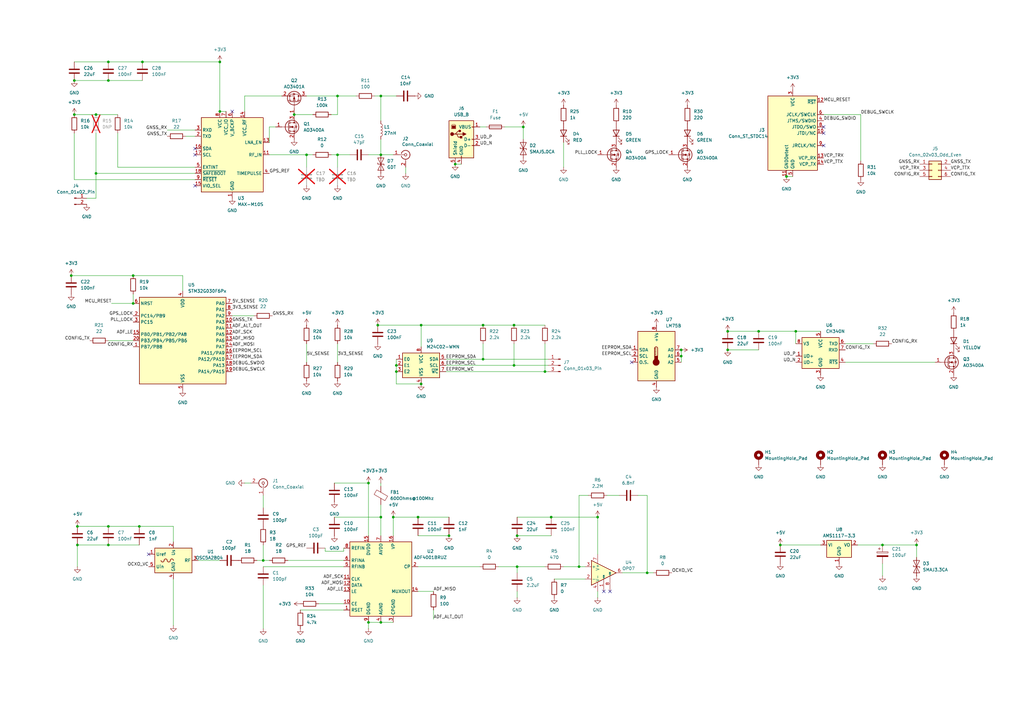
<source format=kicad_sch>
(kicad_sch (version 20231120) (generator "eeschema") (generator_version "8.0")
  (paper "A3")
  (lib_symbols
    (symbol "Amplifier_Operational:OP07" (pin_names (offset 0.127))
      (property "Reference" "U" (at 1.27 6.35 0))
      (property "Value" "OP07" (at 1.27 3.81 0))
      (symbol "OP07_1_1"
        (pin input line (at 0 -7.62 90) (length 5.08) (name "VOS") (number "1"))
        (pin input line (at -7.62 -2.54 0) (length 2.54) (name "-") (number "2"))
        (pin input line (at -7.62 2.54 0) (length 2.54) (name "+") (number "3"))
        (pin power_in line (at -2.54 -7.62 90) (length 3.81) (name "V-") (number "4"))
        (pin no_connect line (at 0 2.54 270) (length 2.54) hide (name "NC") (number "5"))
        (pin output line (at 7.62 0 180) (length 2.54) (name "~") (number "6"))
        (pin power_in line (at -2.54 7.62 270) (length 3.81) (name "V+") (number "7"))
        (pin input line (at 2.54 -7.62 90) (length 6.35) (name "VOS") (number "8"))
      )
    )
    (symbol "Connector:Conn_01x02_Pin" (pin_names (offset 1.016) hide)
      (property "Reference" "J" (at 0 2.54 0))
      (property "Value" "Conn_01x02_Pin" (at 0 -5.08 0))
      (symbol "Conn_01x02_Pin_1_1"
        (pin passive line (at 5.08 0 180) (length 3.81) (name "Pin_1") (number "1"))
        (pin passive line (at 5.08 -2.54 180) (length 3.81) (name "Pin_2") (number "2"))
      )
    )
    (symbol "Connector:Conn_01x03_Pin" (pin_names (offset 1.016) hide)
      (property "Reference" "J" (at 0 5.08 0))
      (property "Value" "Conn_01x03_Pin" (at 0 -5.08 0))
      (symbol "Conn_01x03_Pin_1_1"
        (pin passive line (at 5.08 2.54 180) (length 3.81) (name "Pin_1") (number "1"))
        (pin passive line (at 5.08 0 180) (length 3.81) (name "Pin_2") (number "2"))
        (pin passive line (at 5.08 -2.54 180) (length 3.81) (name "Pin_3") (number "3"))
      )
    )
    (symbol "Connector:Conn_Coaxial" (pin_names (offset 1.016) hide)
      (property "Reference" "J" (at 0.254 3.048 0))
      (property "Value" "Conn_Coaxial" (at 2.921 0 90))
      (symbol "Conn_Coaxial_1_1"
        (pin passive line (at -5.08 0 0) (length 2.54) (name "In") (number "1"))
        (pin passive line (at 0 -5.08 90) (length 2.54) (name "Ext") (number "2"))
      )
    )
    (symbol "Connector:Conn_ST_STDC14"
      (property "Reference" "J" (at -8.89 16.51 0))
      (property "Value" "Conn_ST_STDC14" (at 17.78 16.51 0))
      (symbol "Conn_ST_STDC14_1_1"
        (pin no_connect line (at -10.16 5.08 0) (length 2.54) hide (name "NC") (number "1"))
        (pin output line (at 12.7 0 180) (length 2.54) (name "JTDI/NC") (number "10"))
        (pin passive line (at -2.54 -17.78 90) (length 2.54) (name "GNDDetect") (number "11"))
        (pin open_collector line (at 12.7 12.7 180) (length 2.54) (name "~{RST}") (number "12"))
        (pin output line (at 12.7 -10.16 180) (length 2.54) (name "VCP_RX") (number "13"))
        (pin input line (at 12.7 -12.7 180) (length 2.54) (name "VCP_TX") (number "14"))
        (pin no_connect line (at -10.16 2.54 0) (length 2.54) hide (name "NC") (number "2"))
        (pin power_in line (at 0 17.78 270) (length 2.54) (name "VCC") (number "3"))
        (pin bidirectional line (at 12.7 5.08 180) (length 2.54) (name "JTMS/SWDIO") (number "4"))
        (pin power_in line (at 0 -17.78 90) (length 2.54) (name "GND") (number "5"))
        (pin output line (at 12.7 7.62 180) (length 2.54) (name "JCLK/SWCLK") (number "6"))
        (pin passive line (at 0 -17.78 90) (length 2.54) hide (name "GND") (number "7"))
        (pin input line (at 12.7 2.54 180) (length 2.54) (name "JTDO/SWO") (number "8"))
        (pin input line (at 12.7 -5.08 180) (length 2.54) (name "JRCLK/NC") (number "9"))
      )
    )
    (symbol "Connector:USB_B" (pin_names (offset 1.016))
      (property "Reference" "J" (at -5.08 11.43 0))
      (property "Value" "USB_B" (at -5.08 8.89 0))
      (symbol "USB_B_1_1"
        (pin power_out line (at 7.62 5.08 180) (length 2.54) (name "VBUS") (number "1"))
        (pin bidirectional line (at 7.62 -2.54 180) (length 2.54) (name "D-") (number "2"))
        (pin bidirectional line (at 7.62 0 180) (length 2.54) (name "D+") (number "3"))
        (pin power_out line (at 0 -10.16 90) (length 2.54) (name "GND") (number "4"))
        (pin passive line (at -2.54 -10.16 90) (length 2.54) (name "Shield") (number "5"))
      )
    )
    (symbol "Connector_Generic:Conn_02x03_Odd_Even" (pin_names (offset 1.016) hide)
      (property "Reference" "J" (at 1.27 5.08 0))
      (property "Value" "Conn_02x03_Odd_Even" (at 1.27 -5.08 0))
      (symbol "Conn_02x03_Odd_Even_1_1"
        (pin passive line (at -5.08 2.54 0) (length 3.81) (name "Pin_1") (number "1"))
        (pin passive line (at 7.62 2.54 180) (length 3.81) (name "Pin_2") (number "2"))
        (pin passive line (at -5.08 0 0) (length 3.81) (name "Pin_3") (number "3"))
        (pin passive line (at 7.62 0 180) (length 3.81) (name "Pin_4") (number "4"))
        (pin passive line (at -5.08 -2.54 0) (length 3.81) (name "Pin_5") (number "5"))
        (pin passive line (at 7.62 -2.54 180) (length 3.81) (name "Pin_6") (number "6"))
      )
    )
    (symbol "Device:C" (pin_numbers hide) (pin_names (offset 0.254))
      (property "Reference" "C" (at 0.635 2.54 0))
      (property "Value" "C" (at 0.635 -2.54 0))
      (symbol "C_1_1"
        (pin passive line (at 0 3.81 270) (length 2.794) (name "~") (number "1"))
        (pin passive line (at 0 -3.81 90) (length 2.794) (name "~") (number "2"))
      )
    )
    (symbol "Device:C_Polarized" (pin_numbers hide) (pin_names (offset 0.254))
      (property "Reference" "C" (at 0.635 2.54 0))
      (property "Value" "C_Polarized" (at 0.635 -2.54 0))
      (symbol "C_Polarized_1_1"
        (pin passive line (at 0 3.81 270) (length 2.794) (name "~") (number "1"))
        (pin passive line (at 0 -3.81 90) (length 2.794) (name "~") (number "2"))
      )
    )
    (symbol "Device:FerriteBead" (pin_numbers hide) (pin_names (offset 0))
      (property "Reference" "FB" (at -3.81 0.635 90))
      (property "Value" "FerriteBead" (at 3.81 0 90))
      (symbol "FerriteBead_1_1"
        (pin passive line (at 0 3.81 270) (length 2.54) (name "~") (number "1"))
        (pin passive line (at 0 -3.81 90) (length 2.54) (name "~") (number "2"))
      )
    )
    (symbol "Device:Fuse" (pin_numbers hide) (pin_names (offset 0))
      (property "Reference" "F" (at 2.032 0 90))
      (property "Value" "Fuse" (at -1.905 0 90))
      (symbol "Fuse_1_1"
        (pin passive line (at 0 3.81 270) (length 1.27) (name "~") (number "1"))
        (pin passive line (at 0 -3.81 90) (length 1.27) (name "~") (number "2"))
      )
    )
    (symbol "Device:L" (pin_numbers hide) (pin_names (offset 1.016) hide)
      (property "Reference" "L" (at -1.27 0 90))
      (property "Value" "L" (at 1.905 0 90))
      (symbol "L_1_1"
        (pin passive line (at 0 3.81 270) (length 1.27) (name "1") (number "1"))
        (pin passive line (at 0 -3.81 90) (length 1.27) (name "2") (number "2"))
      )
    )
    (symbol "Device:LED" (pin_numbers hide) (pin_names (offset 1.016) hide)
      (property "Reference" "D" (at 0 2.54 0))
      (property "Value" "LED" (at 0 -2.54 0))
      (symbol "LED_1_1"
        (pin passive line (at -3.81 0 0) (length 2.54) (name "K") (number "1"))
        (pin passive line (at 3.81 0 180) (length 2.54) (name "A") (number "2"))
      )
    )
    (symbol "Device:R" (pin_numbers hide) (pin_names (offset 0))
      (property "Reference" "R" (at 2.032 0 90))
      (property "Value" "R" (at 0 0 90))
      (symbol "R_1_1"
        (pin passive line (at 0 3.81 270) (length 1.27) (name "~") (number "1"))
        (pin passive line (at 0 -3.81 90) (length 1.27) (name "~") (number "2"))
      )
    )
    (symbol "Diode:SMAJ5.0CA" (pin_numbers hide) (pin_names (offset 1.016) hide)
      (property "Reference" "D" (at 0 2.54 0))
      (property "Value" "SMAJ5.0CA" (at 0 -2.54 0))
      (symbol "SMAJ5.0CA_1_1"
        (pin passive line (at -3.81 0 0) (length 2.54) (name "A1") (number "1"))
        (pin passive line (at 3.81 0 180) (length 2.54) (name "A2") (number "2"))
      )
    )
    (symbol "Interface_USB:CH340N"
      (property "Reference" "U" (at -7.62 6.35 0))
      (property "Value" "CH340N" (at 7.62 6.35 0))
      (symbol "CH340N_1_1"
        (pin bidirectional line (at -10.16 -2.54 0) (length 2.54) (name "UD+") (number "1"))
        (pin bidirectional line (at -10.16 -5.08 0) (length 2.54) (name "UD-") (number "2"))
        (pin power_in line (at 0 -10.16 90) (length 2.54) (name "GND") (number "3"))
        (pin output line (at 10.16 -5.08 180) (length 2.54) (name "~{RTS}") (number "4"))
        (pin power_in line (at 0 7.62 270) (length 2.54) (name "VCC") (number "5"))
        (pin output line (at 10.16 2.54 180) (length 2.54) (name "TXD") (number "6"))
        (pin input line (at 10.16 0 180) (length 2.54) (name "RXD") (number "7"))
        (pin passive line (at -10.16 2.54 0) (length 2.54) (name "V3") (number "8"))
      )
    )
    (symbol "MCU_ST_STM32G0:STM32G030F6Px"
      (property "Reference" "U" (at -17.78 19.05 0))
      (property "Value" "STM32G030F6Px" (at 2.54 19.05 0))
      (symbol "STM32G030F6Px_1_1"
        (pin bidirectional line (at -20.32 -2.54 0) (length 2.54) (name "PB7/PB8") (number "1"))
        (pin bidirectional line (at 20.32 7.62 180) (length 2.54) (name "PA3") (number "10"))
        (pin bidirectional line (at 20.32 5.08 180) (length 2.54) (name "PA4") (number "11"))
        (pin bidirectional line (at 20.32 2.54 180) (length 2.54) (name "PA5") (number "12"))
        (pin bidirectional line (at 20.32 0 180) (length 2.54) (name "PA6") (number "13"))
        (pin bidirectional line (at 20.32 -2.54 180) (length 2.54) (name "PA7") (number "14"))
        (pin bidirectional line (at -20.32 2.54 0) (length 2.54) (name "PB0/PB1/PB2/PA8") (number "15"))
        (pin bidirectional line (at 20.32 -5.08 180) (length 2.54) (name "PA11/PA9") (number "16"))
        (pin bidirectional line (at 20.32 -7.62 180) (length 2.54) (name "PA12/PA10") (number "17"))
        (pin bidirectional line (at 20.32 -10.16 180) (length 2.54) (name "PA13") (number "18"))
        (pin bidirectional line (at 20.32 -12.7 180) (length 2.54) (name "PA14/PA15") (number "19"))
        (pin bidirectional line (at -20.32 10.16 0) (length 2.54) (name "PC14/PB9") (number "2"))
        (pin bidirectional line (at -20.32 0 0) (length 2.54) (name "PB3/PB4/PB5/PB6") (number "20"))
        (pin bidirectional line (at -20.32 7.62 0) (length 2.54) (name "PC15") (number "3"))
        (pin power_in line (at 0 20.32 270) (length 2.54) (name "VDD") (number "4"))
        (pin power_in line (at 0 -20.32 90) (length 2.54) (name "VSS") (number "5"))
        (pin input line (at -20.32 15.24 0) (length 2.54) (name "NRST") (number "6"))
        (pin bidirectional line (at 20.32 15.24 180) (length 2.54) (name "PA0") (number "7"))
        (pin bidirectional line (at 20.32 12.7 180) (length 2.54) (name "PA1") (number "8"))
        (pin bidirectional line (at 20.32 10.16 180) (length 2.54) (name "PA2") (number "9"))
      )
    )
    (symbol "Mechanical:MountingHole_Pad" (pin_numbers hide) (pin_names (offset 1.016) hide)
      (property "Reference" "H" (at 0 6.35 0))
      (property "Value" "MountingHole_Pad" (at 0 4.445 0))
      (symbol "MountingHole_Pad_1_1"
        (pin input line (at 0 -2.54 90) (length 2.54) (name "1") (number "1"))
      )
    )
    (symbol "Memory_EEPROM:M24C02-WMN"
      (property "Reference" "U" (at -6.35 6.35 0))
      (property "Value" "M24C02-WMN" (at 7.62 6.35 0))
      (symbol "M24C02-WMN_1_1"
        (pin input line (at -10.16 2.54 0) (length 2.54) (name "E0") (number "1"))
        (pin input line (at -10.16 0 0) (length 2.54) (name "E1") (number "2"))
        (pin input line (at -10.16 -2.54 0) (length 2.54) (name "E2") (number "3"))
        (pin power_in line (at 0 -7.62 90) (length 2.54) (name "VSS") (number "4"))
        (pin bidirectional line (at 10.16 2.54 180) (length 2.54) (name "SDA") (number "5"))
        (pin input line (at 10.16 0 180) (length 2.54) (name "SCL") (number "6"))
        (pin input line (at 10.16 -2.54 180) (length 2.54) (name "~{WC}") (number "7"))
        (pin power_in line (at 0 7.62 270) (length 2.54) (name "VCC") (number "8"))
      )
    )
    (symbol "Oscillator:MV317"
      (property "Reference" "U" (at -7.62 6.35 0))
      (property "Value" "MV317" (at 7.62 6.35 0))
      (symbol "MV317_1_1"
        (pin output line (at -10.16 2.54 0) (length 2.54) (name "Uref") (number "1"))
        (pin power_in line (at 0 7.62 270) (length 2.54) (name "Us") (number "2"))
        (pin output line (at 10.16 0 180) (length 2.54) (name "RF") (number "3"))
        (pin power_in line (at 0 -7.62 90) (length 2.54) (name "GND") (number "4"))
        (pin input line (at -10.16 -2.54 0) (length 2.54) (name "Uin") (number "5"))
      )
    )
    (symbol "RF_GPS:MAX-M10S"
      (property "Reference" "U" (at -10.16 16.51 0))
      (property "Value" "MAX-M10S" (at 11.43 16.51 0))
      (symbol "MAX-M10S_1_1"
        (pin power_in line (at 0 -17.78 90) (length 2.54) (name "GND") (number "1"))
        (pin passive line (at 0 -17.78 90) (length 2.54) hide (name "GND") (number "10"))
        (pin input line (at 15.24 0 180) (length 2.54) (name "RF_IN") (number "11"))
        (pin passive line (at 0 -17.78 90) (length 2.54) hide (name "GND") (number "12"))
        (pin output line (at 15.24 5.08 180) (length 2.54) (name "LNA_EN") (number "13"))
        (pin power_out line (at 5.08 17.78 270) (length 2.54) (name "VCC_RF") (number "14"))
        (pin input line (at -15.24 -12.7 0) (length 2.54) (name "VIO_SEL") (number "15"))
        (pin bidirectional line (at -15.24 2.54 0) (length 2.54) (name "SDA") (number "16"))
        (pin input line (at -15.24 0 0) (length 2.54) (name "SCL") (number "17"))
        (pin input line (at -15.24 -7.62 0) (length 2.54) (name "~{SAFEBOOT}") (number "18"))
        (pin output line (at -15.24 7.62 0) (length 2.54) (name "TXD") (number "2"))
        (pin input line (at -15.24 10.16 0) (length 2.54) (name "RXD") (number "3"))
        (pin output line (at 15.24 -7.62 180) (length 2.54) (name "TIMEPULSE") (number "4"))
        (pin input line (at -15.24 -5.08 0) (length 2.54) (name "EXTINT") (number "5"))
        (pin power_in line (at 0 17.78 270) (length 2.54) (name "V_BCKP") (number "6"))
        (pin power_in line (at -2.54 17.78 270) (length 2.54) (name "VCC_IO") (number "7"))
        (pin power_in line (at -5.08 17.78 270) (length 2.54) (name "VCC") (number "8"))
        (pin input line (at -15.24 -10.16 0) (length 2.54) (name "~{RESET}") (number "9"))
      )
    )
    (symbol "Regulator_Linear:AMS1117-3.3"
      (property "Reference" "U" (at -3.81 3.175 0))
      (property "Value" "AMS1117-3.3" (at 0 3.175 0))
      (symbol "AMS1117-3.3_1_1"
        (pin power_in line (at 0 -7.62 90) (length 2.54) (name "GND") (number "1"))
        (pin power_out line (at 7.62 0 180) (length 2.54) (name "VO") (number "2"))
        (pin power_in line (at -7.62 0 0) (length 2.54) (name "VI") (number "3"))
      )
    )
    (symbol "Sensor_Temperature:LM75B"
      (property "Reference" "U" (at -6.35 11.43 0))
      (property "Value" "LM75B" (at 0 11.43 0))
      (symbol "LM75B_1_1"
        (pin bidirectional line (at -10.16 2.54 0) (length 2.54) (name "SDA") (number "1"))
        (pin input line (at -10.16 0 0) (length 2.54) (name "SCL") (number "2"))
        (pin open_collector line (at -10.16 -2.54 0) (length 2.54) (name "O.S.") (number "3"))
        (pin power_in line (at 0 -12.7 90) (length 2.54) (name "GND") (number "4"))
        (pin input line (at 10.16 -2.54 180) (length 2.54) (name "A2") (number "5"))
        (pin input line (at 10.16 0 180) (length 2.54) (name "A1") (number "6"))
        (pin input line (at 10.16 2.54 180) (length 2.54) (name "A0") (number "7"))
        (pin power_in line (at 0 12.7 270) (length 2.54) (name "+Vs") (number "8"))
      )
    )
    (symbol "Timer_PLL:ADF4002BRUZ"
      (property "Reference" "U" (at 12.7 16.51 0))
      (property "Value" "ADF4002BRUZ" (at 0 0 0))
      (symbol "ADF4002BRUZ_1_1"
        (pin input line (at -15.24 -12.7 0) (length 2.54) (name "RSET") (number "1"))
        (pin input line (at -15.24 -10.16 0) (length 2.54) (name "CE") (number "10"))
        (pin input line (at -15.24 0 0) (length 2.54) (name "CLK") (number "11"))
        (pin input line (at -15.24 -2.54 0) (length 2.54) (name "DATA") (number "12"))
        (pin input line (at -15.24 -5.08 0) (length 2.54) (name "LE") (number "13"))
        (pin output line (at 15.24 -5.08 180) (length 2.54) (name "MUXOUT") (number "14"))
        (pin power_in line (at -5.08 17.78 270) (length 2.54) (name "DVDD") (number "15"))
        (pin power_in line (at 5.08 17.78 270) (length 2.54) (name "VP") (number "16"))
        (pin output line (at 15.24 5.08 180) (length 2.54) (name "CP") (number "2"))
        (pin power_in line (at 5.08 -17.78 90) (length 2.54) (name "CPGND") (number "3"))
        (pin power_in line (at 0 -17.78 90) (length 2.54) (name "AGND") (number "4"))
        (pin input line (at -15.24 5.08 0) (length 2.54) (name "RFINB") (number "5"))
        (pin input line (at -15.24 7.62 0) (length 2.54) (name "RFINA") (number "6"))
        (pin power_in line (at 0 17.78 270) (length 2.54) (name "AVDD") (number "7"))
        (pin input line (at -15.24 12.7 0) (length 2.54) (name "REFIN") (number "8"))
        (pin power_in line (at -5.08 -17.78 90) (length 2.54) (name "DGND") (number "9"))
      )
    )
    (symbol "Transistor_FET:AO3400A" (pin_names hide)
      (property "Reference" "Q" (at 5.08 1.905 0))
      (property "Value" "AO3400A" (at 5.08 0 0))
      (symbol "AO3400A_1_1"
        (pin input line (at -5.08 0 0) (length 2.54) (name "G") (number "1"))
        (pin passive line (at 2.54 -5.08 90) (length 2.54) (name "S") (number "2"))
        (pin passive line (at 2.54 5.08 270) (length 2.54) (name "D") (number "3"))
      )
    )
    (symbol "Transistor_FET:AO3401A" (pin_names hide)
      (property "Reference" "Q" (at 5.08 1.905 0))
      (property "Value" "AO3401A" (at 5.08 0 0))
      (symbol "AO3401A_1_1"
        (pin input line (at -5.08 0 0) (length 2.54) (name "G") (number "1"))
        (pin passive line (at 2.54 -5.08 90) (length 2.54) (name "S") (number "2"))
        (pin passive line (at 2.54 5.08 270) (length 2.54) (name "D") (number "3"))
      )
    )
    (symbol "power:+3V3" (power) (pin_numbers hide) (pin_names (offset 0) hide)
      (property "Value" "+3V3" (at 0 3.556 0))
      (symbol "+3V3_1_1"
        (pin power_in line (at 0 0 90) (length 0) (name "~") (number "1"))
      )
    )
    (symbol "power:+5V" (power) (pin_numbers hide) (pin_names (offset 0) hide)
      (property "Value" "+5V" (at 0 3.556 0))
      (symbol "+5V_1_1"
        (pin power_in line (at 0 0 90) (length 0) (name "~") (number "1"))
      )
    )
    (symbol "power:GND" (power) (pin_numbers hide) (pin_names (offset 0) hide)
      (property "Value" "GND" (at 0 -3.81 0))
      (symbol "GND_1_1"
        (pin power_in line (at 0 0 270) (length 0) (name "~") (number "1"))
      )
    )
  )
  (junction (at 44.45 215.9))
  (junction (at 237.49 232.41))
  (junction (at 184.15 219.71))
  (junction (at 212.09 219.71))
  (junction (at 322.58 72.39))
  (junction (at 39.37 46.99))
  (junction (at 311.15 135.89))
  (junction (at 29.21 113.03))
  (junction (at 151.13 255.27))
  (junction (at 44.45 223.52))
  (junction (at 156.21 212.09))
  (junction (at 154.94 133.35))
  (junction (at 279.4 143.51))
  (junction (at 57.15 215.9))
  (junction (at 58.42 25.4))
  (junction (at 214.63 52.07))
  (junction (at 212.09 232.41))
  (junction (at 31.75 223.52))
  (junction (at 210.82 133.35))
  (junction (at 44.45 25.4))
  (junction (at 375.92 223.52))
  (junction (at 156.21 39.37))
  (junction (at 44.45 33.02))
  (junction (at 54.61 124.46))
  (junction (at 107.95 229.87))
  (junction (at 172.72 157.48))
  (junction (at 54.61 113.03))
  (junction (at 156.21 63.5))
  (junction (at 161.29 212.09))
  (junction (at 162.56 152.4))
  (junction (at 171.45 212.09))
  (junction (at 186.69 67.31))
  (junction (at 39.37 71.12))
  (junction (at 30.48 46.99))
  (junction (at 198.12 147.32))
  (junction (at 226.06 212.09))
  (junction (at 198.12 133.35))
  (junction (at 265.43 234.95))
  (junction (at 320.04 223.52))
  (junction (at 156.21 255.27))
  (junction (at 31.75 215.9))
  (junction (at 210.82 149.86))
  (junction (at 138.43 63.5))
  (junction (at 172.72 133.35))
  (junction (at 125.73 63.5))
  (junction (at 245.11 212.09))
  (junction (at 120.65 46.99))
  (junction (at 223.52 152.4))
  (junction (at 279.4 146.05))
  (junction (at 90.17 25.4))
  (junction (at 151.13 198.12))
  (junction (at 361.95 223.52))
  (junction (at 138.43 39.37))
  (junction (at 90.17 45.72))
  (junction (at 298.45 135.89))
  (junction (at 298.45 143.51))
  (junction (at 162.56 149.86))
  (junction (at 30.48 33.02))
  (junction (at 326.39 135.89))
  (no_connect (at 337.82 59.69))
  (no_connect (at 80.01 76.2))
  (no_connect (at 337.82 54.61))
  (no_connect (at 60.96 227.33))
  (no_connect (at 337.82 52.07))
  (no_connect (at 80.01 63.5))
  (no_connect (at 247.65 242.57))
  (no_connect (at 80.01 60.96))
  (no_connect (at 259.08 148.59))
  (no_connect (at 95.25 45.72))
  (no_connect (at 250.19 242.57))
  (wire (pts (xy 223.52 152.4) (xy 223.52 140.97)))
  (wire (pts (xy 353.06 46.99) (xy 353.06 66.04)))
  (wire (pts (xy 120.65 46.99) (xy 128.27 46.99)))
  (wire (pts (xy 212.09 219.71) (xy 226.06 219.71)))
  (wire (pts (xy 154.94 133.35) (xy 172.72 133.35)))
  (wire (pts (xy 240.03 232.41) (xy 237.49 232.41)))
  (wire (pts (xy 212.09 232.41) (xy 223.52 232.41)))
  (wire (pts (xy 71.12 256.54) (xy 71.12 237.49)))
  (wire (pts (xy 162.56 39.37) (xy 156.21 39.37)))
  (wire (pts (xy 138.43 148.59) (xy 138.43 140.97)))
  (wire (pts (xy 48.26 54.61) (xy 48.26 68.58)))
  (wire (pts (xy 135.89 46.99) (xy 138.43 46.99)))
  (wire (pts (xy 156.21 198.12) (xy 156.21 199.39)))
  (wire (pts (xy 214.63 57.15) (xy 214.63 52.07)))
  (wire (pts (xy 135.89 63.5) (xy 138.43 63.5)))
  (wire (pts (xy 39.37 54.61) (xy 39.37 71.12)))
  (wire (pts (xy 237.49 232.41) (xy 231.14 232.41)))
  (wire (pts (xy 311.15 135.89) (xy 326.39 135.89)))
  (wire (pts (xy 156.21 57.15) (xy 156.21 63.5)))
  (wire (pts (xy 171.45 212.09) (xy 184.15 212.09)))
  (wire (pts (xy 138.43 46.99) (xy 138.43 39.37)))
  (wire (pts (xy 156.21 39.37) (xy 156.21 49.53)))
  (wire (pts (xy 44.45 215.9) (xy 57.15 215.9)))
  (wire (pts (xy 30.48 25.4) (xy 44.45 25.4)))
  (wire (pts (xy 100.33 198.12) (xy 102.87 198.12)))
  (wire (pts (xy 161.29 212.09) (xy 171.45 212.09)))
  (wire (pts (xy 107.95 257.81) (xy 107.95 240.03)))
  (wire (pts (xy 107.95 223.52) (xy 107.95 229.87)))
  (wire (pts (xy 138.43 39.37) (xy 146.05 39.37)))
  (wire (pts (xy 107.95 232.41) (xy 140.97 232.41)))
  (wire (pts (xy 137.16 198.12) (xy 151.13 198.12)))
  (wire (pts (xy 156.21 212.09) (xy 156.21 219.71)))
  (wire (pts (xy 107.95 229.87) (xy 110.49 229.87)))
  (wire (pts (xy 45.72 124.46) (xy 54.61 124.46)))
  (wire (pts (xy 57.15 215.9) (xy 71.12 215.9)))
  (wire (pts (xy 198.12 147.32) (xy 198.12 140.97)))
  (wire (pts (xy 156.21 207.01) (xy 156.21 212.09)))
  (wire (pts (xy 237.49 203.2) (xy 237.49 232.41)))
  (wire (pts (xy 375.92 223.52) (xy 361.95 223.52)))
  (wire (pts (xy 177.8 254) (xy 177.8 250.19)))
  (wire (pts (xy 107.95 203.2) (xy 107.95 208.28)))
  (wire (pts (xy 383.54 148.59) (xy 346.71 148.59)))
  (wire (pts (xy 30.48 73.66) (xy 80.01 73.66)))
  (wire (pts (xy 48.26 68.58) (xy 80.01 68.58)))
  (wire (pts (xy 74.93 113.03) (xy 74.93 119.38)))
  (wire (pts (xy 227.33 237.49) (xy 240.03 237.49)))
  (wire (pts (xy 44.45 25.4) (xy 58.42 25.4)))
  (wire (pts (xy 90.17 25.4) (xy 90.17 45.72)))
  (wire (pts (xy 44.45 139.7) (xy 54.61 139.7)))
  (wire (pts (xy 54.61 113.03) (xy 74.93 113.03)))
  (wire (pts (xy 320.04 223.52) (xy 336.55 223.52)))
  (wire (pts (xy 100.33 39.37) (xy 100.33 45.72)))
  (wire (pts (xy 361.95 223.52) (xy 351.79 223.52)))
  (wire (pts (xy 30.48 73.66) (xy 30.48 54.61)))
  (wire (pts (xy 138.43 63.5) (xy 138.43 68.58)))
  (wire (pts (xy 212.09 212.09) (xy 226.06 212.09)))
  (wire (pts (xy 54.61 124.46) (xy 54.61 120.65)))
  (wire (pts (xy 153.67 39.37) (xy 156.21 39.37)))
  (wire (pts (xy 172.72 133.35) (xy 172.72 142.24)))
  (wire (pts (xy 35.56 81.28) (xy 39.37 81.28)))
  (wire (pts (xy 254 203.2) (xy 248.92 203.2)))
  (wire (pts (xy 151.13 257.81) (xy 151.13 255.27)))
  (wire (pts (xy 133.35 226.06) (xy 133.35 224.79)))
  (wire (pts (xy 115.57 39.37) (xy 100.33 39.37)))
  (wire (pts (xy 199.39 52.07) (xy 196.85 52.07)))
  (wire (pts (xy 322.58 72.39) (xy 325.12 72.39)))
  (wire (pts (xy 210.82 149.86) (xy 224.79 149.86)))
  (wire (pts (xy 162.56 157.48) (xy 172.72 157.48)))
  (wire (pts (xy 265.43 234.95) (xy 255.27 234.95)))
  (wire (pts (xy 31.75 223.52) (xy 44.45 223.52)))
  (wire (pts (xy 140.97 226.06) (xy 140.97 224.79)))
  (wire (pts (xy 212.09 245.11) (xy 212.09 242.57)))
  (wire (pts (xy 44.45 223.52) (xy 57.15 223.52)))
  (wire (pts (xy 182.88 147.32) (xy 198.12 147.32)))
  (wire (pts (xy 375.92 228.6) (xy 375.92 223.52)))
  (wire (pts (xy 265.43 203.2) (xy 265.43 234.95)))
  (wire (pts (xy 133.35 226.06) (xy 140.97 226.06)))
  (wire (pts (xy 267.97 234.95) (xy 265.43 234.95)))
  (wire (pts (xy 196.85 232.41) (xy 171.45 232.41)))
  (wire (pts (xy 31.75 215.9) (xy 44.45 215.9)))
  (wire (pts (xy 123.19 250.19) (xy 140.97 250.19)))
  (wire (pts (xy 279.4 146.05) (xy 279.4 148.59)))
  (wire (pts (xy 171.45 219.71) (xy 184.15 219.71)))
  (wire (pts (xy 226.06 212.09) (xy 245.11 212.09)))
  (wire (pts (xy 198.12 133.35) (xy 210.82 133.35)))
  (wire (pts (xy 30.48 33.02) (xy 44.45 33.02)))
  (wire (pts (xy 81.28 229.87) (xy 90.17 229.87)))
  (wire (pts (xy 353.06 46.99) (xy 337.82 46.99)))
  (wire (pts (xy 241.3 203.2) (xy 237.49 203.2)))
  (wire (pts (xy 210.82 149.86) (xy 210.82 140.97)))
  (wire (pts (xy 130.81 247.65) (xy 140.97 247.65)))
  (wire (pts (xy 245.11 212.09) (xy 245.11 227.33)))
  (wire (pts (xy 245.11 245.11) (xy 245.11 242.57)))
  (wire (pts (xy 110.49 58.42) (xy 110.49 52.07)))
  (wire (pts (xy 125.73 63.5) (xy 128.27 63.5)))
  (wire (pts (xy 279.4 143.51) (xy 279.4 146.05)))
  (wire (pts (xy 125.73 63.5) (xy 125.73 68.58)))
  (wire (pts (xy 162.56 152.4) (xy 162.56 157.48)))
  (wire (pts (xy 125.73 148.59) (xy 125.73 140.97)))
  (wire (pts (xy 39.37 71.12) (xy 80.01 71.12)))
  (wire (pts (xy 298.45 135.89) (xy 311.15 135.89)))
  (wire (pts (xy 138.43 63.5) (xy 143.51 63.5)))
  (wire (pts (xy 166.37 71.12) (xy 166.37 68.58)))
  (wire (pts (xy 186.69 67.31) (xy 189.23 67.31)))
  (wire (pts (xy 212.09 234.95) (xy 212.09 232.41)))
  (wire (pts (xy 137.16 212.09) (xy 156.21 212.09)))
  (wire (pts (xy 31.75 232.41) (xy 31.75 223.52)))
  (wire (pts (xy 71.12 215.9) (xy 71.12 222.25)))
  (wire (pts (xy 156.21 63.5) (xy 151.13 63.5)))
  (wire (pts (xy 29.21 113.03) (xy 54.61 113.03)))
  (wire (pts (xy 151.13 255.27) (xy 156.21 255.27)))
  (wire (pts (xy 161.29 212.09) (xy 161.29 219.71)))
  (wire (pts (xy 162.56 147.32) (xy 162.56 149.86)))
  (wire (pts (xy 198.12 147.32) (xy 224.79 147.32)))
  (wire (pts (xy 298.45 143.51) (xy 311.15 143.51)))
  (wire (pts (xy 210.82 133.35) (xy 223.52 133.35)))
  (wire (pts (xy 177.8 242.57) (xy 171.45 242.57)))
  (wire (pts (xy 182.88 149.86) (xy 210.82 149.86)))
  (wire (pts (xy 90.17 45.72) (xy 92.71 45.72)))
  (wire (pts (xy 110.49 52.07) (xy 113.03 52.07)))
  (wire (pts (xy 95.25 129.54) (xy 104.14 129.54)))
  (wire (pts (xy 151.13 198.12) (xy 151.13 219.71)))
  (wire (pts (xy 156.21 255.27) (xy 161.29 255.27)))
  (wire (pts (xy 172.72 133.35) (xy 198.12 133.35)))
  (wire (pts (xy 361.95 236.22) (xy 361.95 231.14)))
  (wire (pts (xy 162.56 149.86) (xy 162.56 152.4)))
  (wire (pts (xy 358.14 140.97) (xy 346.71 140.97)))
  (wire (pts (xy 68.58 53.34) (xy 80.01 53.34)))
  (wire (pts (xy 44.45 33.02) (xy 58.42 33.02)))
  (wire (pts (xy 110.49 63.5) (xy 125.73 63.5)))
  (wire (pts (xy 105.41 229.87) (xy 107.95 229.87)))
  (wire (pts (xy 231.14 58.42) (xy 231.14 68.58)))
  (wire (pts (xy 261.62 203.2) (xy 265.43 203.2)))
  (wire (pts (xy 118.11 229.87) (xy 140.97 229.87)))
  (wire (pts (xy 336.55 135.89) (xy 326.39 135.89)))
  (wire (pts (xy 76.2 55.88) (xy 80.01 55.88)))
  (wire (pts (xy 125.73 39.37) (xy 138.43 39.37)))
  (wire (pts (xy 207.01 52.07) (xy 214.63 52.07)))
  (wire (pts (xy 39.37 81.28) (xy 39.37 71.12)))
  (wire (pts (xy 30.48 46.99) (xy 39.37 46.99)))
  (wire (pts (xy 161.29 63.5) (xy 156.21 63.5)))
  (wire (pts (xy 182.88 152.4) (xy 223.52 152.4)))
  (wire (pts (xy 58.42 25.4) (xy 90.17 25.4)))
  (wire (pts (xy 326.39 135.89) (xy 326.39 140.97)))
  (wire (pts (xy 223.52 152.4) (xy 224.79 152.4)))
  (wire (pts (xy 204.47 232.41) (xy 212.09 232.41)))
  (wire (pts (xy 39.37 46.99) (xy 48.26 46.99)))
  (label "ADF_MISO" (at 177.8 242.57 0))
  (label "UD_N" (at 326.39 148.59 180))
  (label "EEPROM_SDA" (at 95.25 147.32 0))
  (label "GPS_LOCK" (at 274.32 63.5 180))
  (label "3V3_SENSE" (at 95.25 127 0))
  (label "EEPROM_WC" (at 182.88 152.4 0))
  (label "GNSS_TX" (at 68.58 55.88 180))
  (label "CONFIG_RX" (at 365.76 140.97 0))
  (label "GPS_REF" (at 125.73 224.79 180))
  (label "UD_N" (at 196.85 59.69 0))
  (label "VCP_TTX" (at 389.89 69.85 0))
  (label "GNSS_TX" (at 389.89 67.31 0))
  (label "OCXO_VC" (at 275.59 234.95 0))
  (label "CONFIG_RX" (at 54.61 142.24 180))
  (label "UD_P" (at 196.85 57.15 0))
  (label "OCXO_VC" (at 60.96 232.41 180))
  (label "DEBUG_SWCLK" (at 353.06 46.99 0))
  (label "PLL_LOCK" (at 54.61 132.08 180))
  (label "CONFIG_RX" (at 377.19 72.39 180))
  (label "ADF_SCK" (at 140.97 237.49 180))
  (label "VCP_TRX" (at 377.19 69.85 180))
  (label "EEPROM_SCL" (at 95.25 144.78 0))
  (label "ADF_LE" (at 140.97 242.57 180))
  (label "ADF_MOSI" (at 140.97 240.03 180))
  (label "CONFIG_TX" (at 389.89 72.39 0))
  (label "ADF_ALT_OUT" (at 177.8 254 0))
  (label "ADF_SCK" (at 95.25 137.16 0))
  (label "GNSS_RX" (at 111.76 129.54 0))
  (label "MCU_RESET" (at 45.72 124.46 180))
  (label "EEPROM_SCL" (at 259.08 146.05 180))
  (label "UD_P" (at 326.39 146.05 180))
  (label "VCP_TRX" (at 337.82 64.77 0))
  (label "GNSS_RX" (at 377.19 67.31 180))
  (label "GNSS_TX" (at 95.25 132.08 0))
  (label "DEBUG_SWCLK" (at 95.25 152.4 0))
  (label "3V3_SENSE" (at 138.43 146.05 0))
  (label "MCU_RESET" (at 337.82 41.91 0))
  (label "PLL_LOCK" (at 245.11 63.5 180))
  (label "GPS_LOCK" (at 54.61 129.54 180))
  (label "GNSS_RX" (at 68.58 53.34 180))
  (label "GPS_REF" (at 110.49 71.12 0))
  (label "ADF_MISO" (at 95.25 139.7 0))
  (label "DEBUG_SWDIO" (at 95.25 149.86 0))
  (label "CONFIG_TX" (at 346.71 143.51 0))
  (label "EEPROM_SCL" (at 182.88 149.86 0))
  (label "VCP_TTX" (at 337.82 67.31 0))
  (label "5V_SENSE" (at 125.73 146.05 0))
  (label "EEPROM_SDA" (at 182.88 147.32 0))
  (label "CONFIG_TX" (at 36.83 139.7 180))
  (label "ADF_LE" (at 54.61 137.16 180))
  (label "5V_SENSE" (at 95.25 124.46 0))
  (label "ADF_MOSI" (at 95.25 142.24 0))
  (label "EEPROM_SDA" (at 259.08 143.51 180))
  (label "DEBUG_SWDIO" (at 337.82 49.53 0))
  (label "ADF_ALT_OUT" (at 95.25 134.62 0))
  (symbol (lib_id "power:GND") (at 120.65 57.15 0) (unit 1)
    (property "Reference" "#PWR025" (effects (hide yes)))
    (property "Value" "GND" (at 120.65 62.23 0))
    (property "Description" "Power symbol creates a global label with name \"GND\" , ground" (effects (hide yes)))
  )
  (symbol (lib_id "Device:R") (at 48.26 50.8 180) (unit 1)
    (property "Reference" "R14" (at 50.8 49.5299 0) (effects (justify right)))
    (property "Value" "10k" (at 50.8 52.0699 0) (effects (justify right)))
    (property "Footprint" "Resistor_SMD:R_0603_1608Metric" (effects (hide yes)))
    (property "Description" "Resistor" (effects (hide yes)))
  )
  (symbol (lib_id "Device:C") (at 44.45 219.71 0) (unit 1)
    (property "Reference" "C7" (at 48.26 218.4399 0) (effects (justify left)))
    (property "Value" "100nF" (at 48.26 220.9799 0) (effects (justify left)))
    (property "Footprint" "Capacitor_SMD:C_0603_1608Metric" (effects (hide yes)))
    (property "Description" "Unpolarized capacitor" (effects (hide yes)))
  )
  (symbol (lib_id "power:GND") (at 29.21 120.65 0) (unit 1)
    (property "Reference" "#PWR047" (effects (hide yes)))
    (property "Value" "GND" (at 29.21 125.73 0))
    (property "Description" "Power symbol creates a global label with name \"GND\" , ground" (effects (hide yes)))
  )
  (symbol (lib_id "power:GND") (at 100.33 198.12 270) (unit 1)
    (property "Reference" "#PWR02" (effects (hide yes)))
    (property "Value" "GND" (at 96.52 198.1199 90) (effects (justify right)))
    (property "Description" "Power symbol creates a global label with name \"GND\" , ground" (effects (hide yes)))
  )
  (symbol (lib_id "Device:R") (at 132.08 63.5 90) (unit 1)
    (property "Reference" "R12" (at 132.08 57.15 90))
    (property "Value" "0" (at 132.08 59.69 90))
    (property "Footprint" "Resistor_SMD:R_0603_1608Metric" (effects (hide yes)))
    (property "Description" "Resistor" (effects (hide yes)))
  )
  (symbol (lib_id "Device:R") (at 353.06 69.85 180) (unit 1)
    (property "Reference" "R31" (at 355.6 68.5799 0) (effects (justify right)))
    (property "Value" "10k" (at 355.6 71.1199 0) (effects (justify right)))
    (property "Footprint" "Resistor_SMD:R_0603_1608Metric" (effects (hide yes)))
    (property "Description" "Resistor" (effects (hide yes)))
  )
  (symbol (lib_id "Transistor_FET:AO3400A") (at 388.62 148.59 0) (unit 1)
    (property "Reference" "Q3" (at 394.97 147.3199 0) (effects (justify left)))
    (property "Value" "AO3400A" (at 394.97 149.8599 0) (effects (justify left)))
    (property "Footprint" "Package_TO_SOT_SMD:SOT-23" (effects (hide yes)))
    (property "Datasheet" "http://www.aosmd.com/pdfs/datasheet/AO3400A.pdf" (effects (hide yes)))
    (property "Description" "30V Vds, 5.7A Id, N-Channel MOSFET, SOT-23" (effects (hide yes)))
  )
  (symbol (lib_id "power:GND") (at 137.16 205.74 0) (unit 1)
    (property "Reference" "#PWR020" (effects (hide yes)))
    (property "Value" "GND" (at 137.16 210.82 0))
    (property "Description" "Power symbol creates a global label with name \"GND\" , ground" (effects (hide yes)))
  )
  (symbol (lib_id "Connector:USB_B") (at 189.23 57.15 0) (unit 1)
    (property "Reference" "J6" (at 189.23 44.45 0))
    (property "Value" "USB_B" (at 189.23 46.99 0))
    (property "Footprint" "Connector_USB:USB_B_Lumberg_2411_02_Horizontal" (effects (hide yes)))
    (property "Datasheet" " ~" (effects (hide yes)))
    (property "Description" "USB Type B connector" (effects (hide yes)))
  )
  (symbol (lib_id "Mechanical:MountingHole_Pad") (at 311.15 187.96 0) (unit 1)
    (property "Reference" "H1" (at 313.69 185.4199 0) (effects (justify left)))
    (property "Value" "MountingHole_Pad" (at 313.69 187.9599 0) (effects (justify left)))
    (property "Footprint" "MountingHole:MountingHole_3.2mm_M3_Pad_Via" (effects (hide yes)))
    (property "Description" "Mounting Hole with connection" (effects (hide yes)))
  )
  (symbol (lib_id "power:GND") (at 391.16 153.67 0) (unit 1)
    (property "Reference" "#PWR033" (effects (hide yes)))
    (property "Value" "GND" (at 391.16 158.75 0))
    (property "Description" "Power symbol creates a global label with name \"GND\" , ground" (effects (hide yes)))
  )
  (symbol (lib_id "power:+3V3") (at 269.24 133.35 0) (unit 1)
    (property "Reference" "#PWR068" (effects (hide yes)))
    (property "Value" "+3V3" (at 269.24 128.27 0))
    (property "Description" "Power symbol creates a global label with name \"+3V3\"" (effects (hide yes)))
  )
  (symbol (lib_id "Device:C") (at 137.16 215.9 180) (unit 1)
    (property "Reference" "C10" (at 140.97 214.6299 0) (effects (justify right)))
    (property "Value" "100nF" (at 140.97 217.1699 0) (effects (justify right)))
    (property "Footprint" "Capacitor_SMD:C_0603_1608Metric" (effects (hide yes)))
    (property "Description" "Unpolarized capacitor" (effects (hide yes)))
  )
  (symbol (lib_id "Device:R") (at 210.82 137.16 180) (unit 1)
    (property "Reference" "R23" (at 213.36 135.8899 0) (effects (justify right)))
    (property "Value" "2.2k" (at 213.36 138.4299 0) (effects (justify right)))
    (property "Footprint" "Resistor_SMD:R_0603_1608Metric" (effects (hide yes)))
    (property "Description" "Resistor" (effects (hide yes)))
  )
  (symbol (lib_id "Device:R") (at 40.64 139.7 90) (unit 1)
    (property "Reference" "R21" (at 40.64 133.35 90))
    (property "Value" "22" (at 40.64 135.89 90))
    (property "Footprint" "Resistor_SMD:R_0603_1608Metric" (effects (hide yes)))
    (property "Description" "Resistor" (effects (hide yes)))
  )
  (symbol (lib_id "power:GND") (at 154.94 140.97 0) (unit 1)
    (property "Reference" "#PWR052" (effects (hide yes)))
    (property "Value" "GND" (at 154.94 146.05 0))
    (property "Description" "Power symbol creates a global label with name \"GND\" , ground" (effects (hide yes)))
  )
  (symbol (lib_id "Device:C") (at 129.54 224.79 90) (unit 1)
    (property "Reference" "C3" (at 129.54 217.17 90))
    (property "Value" "100pF" (at 129.54 219.71 90))
    (property "Footprint" "Capacitor_SMD:C_0603_1608Metric" (effects (hide yes)))
    (property "Description" "Unpolarized capacitor" (effects (hide yes)))
  )
  (symbol (lib_id "Timer_PLL:ADF4002BRUZ") (at 156.21 237.49 0) (unit 1)
    (property "Reference" "U2" (at 176.53 226.0914 0))
    (property "Value" "ADF4001BRUZ" (at 176.53 228.6314 0))
    (property "Footprint" "Package_SO:TSSOP-16_4.4x5mm_P0.65mm" (effects (hide yes)))
    (property "Datasheet" "https://www.analog.com/media/en/technical-documentation/data-sheets/ADF4002.pdf" (effects (hide yes)))
    (property "Description" "400MHz Bandwidth Frequency Synthesizer, TSSOP-16" (effects (hide yes)))
  )
  (symbol (lib_id "Device:C") (at 171.45 215.9 0) (unit 1)
    (property "Reference" "C11" (at 175.26 214.6299 0) (effects (justify left)))
    (property "Value" "100nF" (at 175.26 217.1699 0) (effects (justify left)))
    (property "Footprint" "Capacitor_SMD:C_0603_1608Metric" (effects (hide yes)))
    (property "Description" "Unpolarized capacitor" (effects (hide yes)))
  )
  (symbol (lib_id "power:GND") (at 336.55 190.5 0) (unit 1)
    (property "Reference" "#PWR061" (effects (hide yes)))
    (property "Value" "GND" (at 336.55 195.58 0))
    (property "Description" "Power symbol creates a global label with name \"GND\" , ground" (effects (hide yes)))
  )
  (symbol (lib_id "Sensor_Temperature:LM75B") (at 269.24 146.05 0) (unit 1)
    (property "Reference" "U7" (at 273.05 131.064 0) (effects (justify left)))
    (property "Value" "LM75B" (at 273.05 133.604 0) (effects (justify left)))
    (property "Footprint" "Package_SO:SOIC-8_3.9x4.9mm_P1.27mm" (effects (hide yes)))
    (property "Datasheet" "http://www.ti.com/lit/ds/symlink/lm75b.pdf" (effects (hide yes)))
    (property "Description" "Digital Temperature Sensor & Thermal Watchdog with LP on I2C and bus fault timeout, SOIC-8 and VSSOP-8" (effects (hide yes)))
  )
  (symbol (lib_id "power:GND") (at 166.37 71.12 0) (unit 1)
    (property "Reference" "#PWR024" (effects (hide yes)))
    (property "Value" "GND" (at 166.37 76.2 0))
    (property "Description" "Power symbol creates a global label with name \"GND\" , ground" (effects (hide yes)))
  )
  (symbol (lib_id "power:GND") (at 35.56 83.82 0) (unit 1)
    (property "Reference" "#PWR027" (effects (hide yes)))
    (property "Value" "GND" (at 35.56 88.8603 0))
    (property "Description" "Power symbol creates a global label with name \"GND\" , ground" (effects (hide yes)))
  )
  (symbol (lib_id "power:GND") (at 30.48 33.02 0) (unit 1)
    (property "Reference" "#PWR066" (effects (hide yes)))
    (property "Value" "GND" (at 30.48 38.0603 0))
    (property "Description" "Power symbol creates a global label with name \"GND\" , ground" (effects (hide yes)))
  )
  (symbol (lib_id "Connector:Conn_01x03_Pin") (at 229.87 149.86 0) (mirror y) (unit 1)
    (property "Reference" "J7" (at 231.14 148.5899 0) (effects (justify right)))
    (property "Value" "Conn_01x03_Pin" (at 231.14 151.1299 0) (effects (justify right)))
    (property "Footprint" "Connector_PinHeader_2.54mm:PinHeader_1x03_P2.54mm_Vertical" (effects (hide yes)))
    (property "Description" "Generic connector, single row, 01x03, script generated" (effects (hide yes)))
  )
  (symbol (lib_id "Device:R") (at 245.11 203.2 90) (unit 1)
    (property "Reference" "R6" (at 245.11 196.85 90))
    (property "Value" "2.2M" (at 245.11 199.39 90))
    (property "Footprint" "Resistor_SMD:R_0603_1608Metric" (effects (hide yes)))
    (property "Description" "Resistor" (effects (hide yes)))
  )
  (symbol (lib_id "Device:R") (at 30.48 50.8 180) (unit 1)
    (property "Reference" "R16" (at 33.02 49.5299 0) (effects (justify right)))
    (property "Value" "10k" (at 33.02 52.0699 0) (effects (justify right)))
    (property "Footprint" "Resistor_SMD:R_0603_1608Metric" (effects (hide yes)))
    (property "Description" "Resistor" (effects (hide yes)))
  )
  (symbol (lib_id "Device:C") (at 311.15 139.7 0) (unit 1)
    (property "Reference" "C19" (at 314.96 138.4299 0) (effects (justify left)))
    (property "Value" "100nF" (at 314.96 140.9699 0) (effects (justify left)))
    (property "Footprint" "Capacitor_SMD:C_0603_1608Metric" (effects (hide yes)))
    (property "Description" "Unpolarized capacitor" (effects (hide yes)))
  )
  (symbol (lib_id "power:GND") (at 361.95 190.5 0) (unit 1)
    (property "Reference" "#PWR062" (effects (hide yes)))
    (property "Value" "GND" (at 361.95 195.58 0))
    (property "Description" "Power symbol creates a global label with name \"GND\" , ground" (effects (hide yes)))
  )
  (symbol (lib_id "power:GND") (at 375.92 236.22 0) (unit 1)
    (property "Reference" "#PWR046" (effects (hide yes)))
    (property "Value" "GND" (at 375.92 241.3 0))
    (property "Description" "Power symbol creates a global label with name \"GND\" , ground" (effects (hide yes)))
  )
  (symbol (lib_id "power:GND") (at 184.15 219.71 0) (unit 1)
    (property "Reference" "#PWR019" (effects (hide yes)))
    (property "Value" "GND" (at 184.15 224.79 0))
    (property "Description" "Power symbol creates a global label with name \"GND\" , ground" (effects (hide yes)))
  )
  (symbol (lib_id "power:GND") (at 361.95 236.22 0) (unit 1)
    (property "Reference" "#PWR045" (effects (hide yes)))
    (property "Value" "GND" (at 361.95 241.3 0))
    (property "Description" "Power symbol creates a global label with name \"GND\" , ground" (effects (hide yes)))
  )
  (symbol (lib_id "Device:LED") (at 391.16 139.7 90) (unit 1)
    (property "Reference" "D1" (at 394.97 140.0174 90) (effects (justify right)))
    (property "Value" "YELLOW" (at 394.97 142.5574 90) (effects (justify right)))
    (property "Footprint" "LED_SMD:LED_0603_1608Metric" (effects (hide yes)))
    (property "Description" "Light emitting diode" (effects (hide yes)))
  )
  (symbol (lib_id "power:GND") (at 387.35 190.5 0) (unit 1)
    (property "Reference" "#PWR063" (effects (hide yes)))
    (property "Value" "GND" (at 387.35 195.58 0))
    (property "Description" "Power symbol creates a global label with name \"GND\" , ground" (effects (hide yes)))
  )
  (symbol (lib_id "power:+3V3") (at 279.4 143.51 270) (unit 1)
    (property "Reference" "#PWR069" (effects (hide yes)))
    (property "Value" "+3V3" (at 283.21 143.5099 90) (effects (justify left)))
    (property "Description" "Power symbol creates a global label with name \"+3V3\"" (effects (hide yes)))
  )
  (symbol (lib_id "Device:C") (at 137.16 201.93 180) (unit 1)
    (property "Reference" "C13" (at 140.97 200.6599 0) (effects (justify right)))
    (property "Value" "100nF" (at 140.97 203.1999 0) (effects (justify right)))
    (property "Footprint" "Capacitor_SMD:C_0603_1608Metric" (effects (hide yes)))
    (property "Description" "Unpolarized capacitor" (effects (hide yes)))
  )
  (symbol (lib_id "power:GND") (at 125.73 76.2 0) (unit 1)
    (property "Reference" "#PWR023" (effects (hide yes)))
    (property "Value" "GND" (at 125.73 81.28 0))
    (property "Description" "Power symbol creates a global label with name \"GND\" , ground" (effects (hide yes)))
  )
  (symbol (lib_id "power:GND") (at 31.75 232.41 0) (unit 1)
    (property "Reference" "#PWR014" (effects (hide yes)))
    (property "Value" "GND" (at 31.75 237.49 0))
    (property "Description" "Power symbol creates a global label with name \"GND\" , ground" (effects (hide yes)))
  )
  (symbol (lib_id "power:+3V3") (at 298.45 135.89 0) (unit 1)
    (property "Reference" "#PWR034" (effects (hide yes)))
    (property "Value" "+3V3" (at 298.45 130.81 0))
    (property "Description" "Power symbol creates a global label with name \"+3V3\"" (effects (hide yes)))
  )
  (symbol (lib_id "Device:R") (at 72.39 55.88 90) (unit 1)
    (property "Reference" "R17" (at 72.39 49.53 90))
    (property "Value" "22" (at 72.39 52.07 90))
    (property "Footprint" "Resistor_SMD:R_0603_1608Metric" (effects (hide yes)))
    (property "Description" "Resistor" (effects (hide yes)))
  )
  (symbol (lib_id "power:GND") (at 138.43 156.21 0) (unit 1)
    (property "Reference" "#PWR053" (effects (hide yes)))
    (property "Value" "GND" (at 138.43 161.29 0))
    (property "Description" "Power symbol creates a global label with name \"GND\" , ground" (effects (hide yes)))
  )
  (symbol (lib_id "Device:R") (at 39.37 50.8 180) (unit 1) (dnp yes)
    (property "Reference" "R15" (at 41.91 49.5299 0) (effects (justify right)))
    (property "Value" "DNP" (at 41.91 52.0699 0) (effects (justify right)))
    (property "Footprint" "Resistor_SMD:R_0603_1608Metric" (effects (hide yes)))
    (property "Description" "Resistor" (effects (hide yes)))
  )
  (symbol (lib_id "Device:R") (at 177.8 246.38 180) (unit 1)
    (property "Reference" "R9" (at 180.34 245.1099 0) (effects (justify right)))
    (property "Value" "100" (at 180.34 247.6499 0) (effects (justify right)))
    (property "Footprint" "Resistor_SMD:R_0603_1608Metric" (effects (hide yes)))
    (property "Description" "Resistor" (effects (hide yes)))
  )
  (symbol (lib_id "Mechanical:MountingHole_Pad") (at 336.55 187.96 0) (unit 1)
    (property "Reference" "H2" (at 339.09 185.4199 0) (effects (justify left)))
    (property "Value" "MountingHole_Pad" (at 339.09 187.9599 0) (effects (justify left)))
    (property "Footprint" "MountingHole:MountingHole_3.2mm_M3_Pad_Via" (effects (hide yes)))
    (property "Description" "Mounting Hole with connection" (effects (hide yes)))
  )
  (symbol (lib_id "Device:R") (at 231.14 46.99 180) (unit 1)
    (property "Reference" "R25" (at 233.68 45.7199 0) (effects (justify right)))
    (property "Value" "1k" (at 233.68 48.2599 0) (effects (justify right)))
    (property "Footprint" "Resistor_SMD:R_0603_1608Metric" (effects (hide yes)))
    (property "Description" "Resistor" (effects (hide yes)))
  )
  (symbol (lib_id "Device:C_Polarized") (at 361.95 227.33 0) (unit 1)
    (property "Reference" "C21" (at 365.76 225.1709 0) (effects (justify left)))
    (property "Value" "100uF" (at 365.76 227.7109 0) (effects (justify left)))
    (property "Footprint" "Capacitor_Tantalum_SMD:CP_EIA-3528-21_Kemet-B" (effects (hide yes)))
    (property "Description" "Polarized capacitor" (effects (hide yes)))
  )
  (symbol (lib_id "power:+5V") (at 320.04 223.52 0) (unit 1)
    (property "Reference" "#PWR041" (effects (hide yes)))
    (property "Value" "+5V" (at 320.04 218.44 0))
    (property "Description" "Power symbol creates a global label with name \"+5V\"" (effects (hide yes)))
  )
  (symbol (lib_id "Device:R") (at 361.95 140.97 90) (unit 1)
    (property "Reference" "R32" (at 361.95 134.62 90))
    (property "Value" "22" (at 361.95 137.16 90))
    (property "Footprint" "Resistor_SMD:R_0603_1608Metric" (effects (hide yes)))
    (property "Description" "Resistor" (effects (hide yes)))
  )
  (symbol (lib_id "Diode:SMAJ5.0CA") (at 214.63 60.96 270) (unit 1)
    (property "Reference" "D2" (at 217.17 59.6899 90) (effects (justify left)))
    (property "Value" "SMAJ5.0CA" (at 217.17 62.2299 90) (effects (justify left)))
    (property "Footprint" "Diode_SMD:D_SMA" (effects (hide yes)))
    (property "Datasheet" "https://www.littelfuse.com/media?resourcetype=datasheets&itemid=75e32973-b177-4ee3-a0ff-cedaf1abdb93&filename=smaj-datasheet" (effects (hide yes)))
    (property "Description" "400W bidirectional Transient Voltage Suppressor, 5.0Vr, SMA(DO-214AC)" (effects (hide yes)))
  )
  (symbol (lib_id "Device:R") (at 138.43 137.16 180) (unit 1)
    (property "Reference" "R28" (at 140.97 135.8899 0) (effects (justify right)))
    (property "Value" "10k" (at 140.97 138.4299 0) (effects (justify right)))
    (property "Footprint" "Resistor_SMD:R_0603_1608Metric" (effects (hide yes)))
    (property "Description" "Resistor" (effects (hide yes)))
  )
  (symbol (lib_id "power:GND") (at 322.58 72.39 0) (unit 1)
    (property "Reference" "#PWR031" (effects (hide yes)))
    (property "Value" "GND" (at 322.58 77.47 0))
    (property "Description" "Power symbol creates a global label with name \"GND\" , ground" (effects (hide yes)))
  )
  (symbol (lib_id "power:GND") (at 320.04 231.14 0) (unit 1)
    (property "Reference" "#PWR043" (effects (hide yes)))
    (property "Value" "GND" (at 320.04 236.22 0))
    (property "Description" "Power symbol creates a global label with name \"GND\" , ground" (effects (hide yes)))
  )
  (symbol (lib_id "Connector:Conn_01x02_Pin") (at 30.48 81.28 0) (unit 1)
    (property "Reference" "J4" (at 31.115 76.2 0))
    (property "Value" "Conn_01x02_Pin" (at 31.115 78.74 0))
    (property "Footprint" "Connector_PinHeader_2.54mm:PinHeader_1x02_P2.54mm_Vertical" (effects (hide yes)))
    (property "Description" "Generic connector, single row, 01x02, script generated" (effects (hide yes)))
  )
  (symbol (lib_id "power:GND") (at 214.63 64.77 0) (unit 1)
    (property "Reference" "#PWR040" (effects (hide yes)))
    (property "Value" "GND" (at 214.63 69.85 0))
    (property "Description" "Power symbol creates a global label with name \"GND\" , ground" (effects (hide yes)))
  )
  (symbol (lib_id "power:GND") (at 281.94 68.58 0) (unit 1)
    (property "Reference" "#PWR058" (effects (hide yes)))
    (property "Value" "GND" (at 281.94 73.66 0))
    (property "Description" "Power symbol creates a global label with name \"GND\" , ground" (effects (hide yes)))
  )
  (symbol (lib_id "Device:C") (at 298.45 139.7 0) (unit 1)
    (property "Reference" "C18" (at 302.26 138.4299 0) (effects (justify left)))
    (property "Value" "22uF" (at 302.26 140.9699 0) (effects (justify left)))
    (property "Footprint" "Capacitor_SMD:C_0603_1608Metric" (effects (hide yes)))
    (property "Description" "Unpolarized capacitor" (effects (hide yes)))
  )
  (symbol (lib_id "Mechanical:MountingHole_Pad") (at 361.95 187.96 0) (unit 1)
    (property "Reference" "H3" (at 364.49 185.4199 0) (effects (justify left)))
    (property "Value" "MountingHole_Pad" (at 364.49 187.9599 0) (effects (justify left)))
    (property "Footprint" "MountingHole:MountingHole_3.2mm_M3_Pad_Via" (effects (hide yes)))
    (property "Description" "Mounting Hole with connection" (effects (hide yes)))
  )
  (symbol (lib_id "Transistor_FET:AO3401A") (at 120.65 41.91 270) (mirror x) (unit 1)
    (property "Reference" "Q2" (at 120.65 33.02 90))
    (property "Value" "AO3401A" (at 120.65 35.56 90))
    (property "Footprint" "Package_TO_SOT_SMD:SOT-23" (effects (hide yes)))
    (property "Datasheet" "http://www.aosmd.com/pdfs/datasheet/AO3401A.pdf" (effects (hide yes)))
    (property "Description" "-4.0A Id, -30V Vds, P-Channel MOSFET, SOT-23" (effects (hide yes)))
  )
  (symbol (lib_id "Device:C") (at 147.32 63.5 270) (unit 1)
    (property "Reference" "C15" (at 147.32 55.88 90))
    (property "Value" "47pF" (at 147.32 58.42 90))
    (property "Footprint" "Capacitor_SMD:C_0603_1608Metric" (effects (hide yes)))
    (property "Description" "Unpolarized capacitor" (effects (hide yes)))
  )
  (symbol (lib_id "Device:R") (at 200.66 232.41 90) (unit 1)
    (property "Reference" "R4" (at 200.66 226.06 90))
    (property "Value" "0" (at 200.66 228.6 90))
    (property "Footprint" "Resistor_SMD:R_0603_1608Metric" (effects (hide yes)))
    (property "Description" "Resistor" (effects (hide yes)))
  )
  (symbol (lib_id "power:GND") (at 212.09 219.71 0) (unit 1)
    (property "Reference" "#PWR065" (effects (hide yes)))
    (property "Value" "GND" (at 212.09 224.79 0))
    (property "Description" "Power symbol creates a global label with name \"GND\" , ground" (effects (hide yes)))
  )
  (symbol (lib_id "power:+3V3") (at 151.13 198.12 0) (unit 1)
    (property "Reference" "#PWR05" (effects (hide yes)))
    (property "Value" "+3V3" (at 151.13 193.04 0))
    (property "Description" "Power symbol creates a global label with name \"+3V3\"" (effects (hide yes)))
  )
  (symbol (lib_id "power:+3V3") (at 138.43 133.35 0) (unit 1)
    (property "Reference" "#PWR055" (effects (hide yes)))
    (property "Value" "+3V3" (at 138.43 128.27 0))
    (property "Description" "Power symbol creates a global label with name \"+3V3\"" (effects (hide yes)))
  )
  (symbol (lib_id "power:+3V3") (at 281.94 43.18 0) (unit 1)
    (property "Reference" "#PWR057" (effects (hide yes)))
    (property "Value" "+3V3" (at 281.94 38.1 0))
    (property "Description" "Power symbol creates a global label with name \"+3V3\"" (effects (hide yes)))
  )
  (symbol (lib_id "Device:R") (at 271.78 234.95 270) (unit 1)
    (property "Reference" "R8" (at 271.78 228.6 90))
    (property "Value" "0" (at 271.78 231.14 90))
    (property "Footprint" "Resistor_SMD:R_0603_1608Metric" (effects (hide yes)))
    (property "Description" "Resistor" (effects (hide yes)))
  )
  (symbol (lib_id "Device:R") (at 252.73 46.99 180) (unit 1)
    (property "Reference" "R10" (at 255.27 45.7199 0) (effects (justify right)))
    (property "Value" "220" (at 255.27 48.2599 0) (effects (justify right)))
    (property "Footprint" "Resistor_SMD:R_0603_1608Metric" (effects (hide yes)))
    (property "Description" "Resistor" (effects (hide yes)))
  )
  (symbol (lib_id "Device:R") (at 125.73 152.4 180) (unit 1)
    (property "Reference" "R27" (at 128.27 151.1299 0) (effects (justify right)))
    (property "Value" "10k" (at 128.27 153.6699 0) (effects (justify right)))
    (property "Footprint" "Resistor_SMD:R_0603_1608Metric" (effects (hide yes)))
    (property "Description" "Resistor" (effects (hide yes)))
  )
  (symbol (lib_id "Device:C") (at 184.15 215.9 0) (unit 1)
    (property "Reference" "C12" (at 187.96 214.6299 0) (effects (justify left)))
    (property "Value" "1nF" (at 187.96 217.1699 0) (effects (justify left)))
    (property "Footprint" "Capacitor_SMD:C_0603_1608Metric" (effects (hide yes)))
    (property "Description" "Unpolarized capacitor" (effects (hide yes)))
  )
  (symbol (lib_id "Device:C") (at 212.09 238.76 180) (unit 1)
    (property "Reference" "C5" (at 215.9 237.4899 0) (effects (justify right)))
    (property "Value" "2.2uF" (at 215.9 240.0299 0) (effects (justify right)))
    (property "Footprint" "Capacitor_SMD:C_0603_1608Metric" (effects (hide yes)))
    (property "Description" "Unpolarized capacitor" (effects (hide yes)))
  )
  (symbol (lib_id "Transistor_FET:AO3400A") (at 250.19 63.5 0) (unit 1)
    (property "Reference" "Q4" (at 256.54 62.2299 0) (effects (justify left)))
    (property "Value" "AO3400A" (at 256.54 64.7699 0) (effects (justify left)))
    (property "Footprint" "Package_TO_SOT_SMD:SOT-23" (effects (hide yes)))
    (property "Datasheet" "http://www.aosmd.com/pdfs/datasheet/AO3400A.pdf" (effects (hide yes)))
    (property "Description" "30V Vds, 5.7A Id, N-Channel MOSFET, SOT-23" (effects (hide yes)))
  )
  (symbol (lib_id "Device:C") (at 138.43 72.39 0) (unit 1) (dnp yes)
    (property "Reference" "C16" (at 142.24 71.1199 0) (effects (justify left)))
    (property "Value" "TBD" (at 142.24 73.6599 0) (effects (justify left)))
    (property "Footprint" "Capacitor_SMD:C_0603_1608Metric" (effects (hide yes)))
    (property "Description" "Unpolarized capacitor" (effects (hide yes)))
  )
  (symbol (lib_id "power:GND") (at 186.69 67.31 0) (unit 1)
    (property "Reference" "#PWR038" (effects (hide yes)))
    (property "Value" "GND" (at 186.69 72.39 0))
    (property "Description" "Power symbol creates a global label with name \"GND\" , ground" (effects (hide yes)))
  )
  (symbol (lib_id "power:GND") (at 245.11 245.11 0) (unit 1)
    (property "Reference" "#PWR010" (effects (hide yes)))
    (property "Value" "GND" (at 245.11 250.19 0))
    (property "Description" "Power symbol creates a global label with name \"GND\" , ground" (effects (hide yes)))
  )
  (symbol (lib_id "power:+3V3") (at 391.16 128.27 0) (unit 1)
    (property "Reference" "#PWR032" (effects (hide yes)))
    (property "Value" "+3V3" (at 391.16 123.19 0))
    (property "Description" "Power symbol creates a global label with name \"+3V3\"" (effects (hide yes)))
  )
  (symbol (lib_id "power:+5V") (at 214.63 52.07 0) (unit 1)
    (property "Reference" "#PWR039" (effects (hide yes)))
    (property "Value" "+5V" (at 214.63 46.99 0))
    (property "Description" "Power symbol creates a global label with name \"+5V\"" (effects (hide yes)))
  )
  (symbol (lib_id "power:GND") (at 353.06 73.66 0) (unit 1)
    (property "Reference" "#PWR059" (effects (hide yes)))
    (property "Value" "GND" (at 353.06 78.74 0))
    (property "Description" "Power symbol creates a global label with name \"GND\" , ground" (effects (hide yes)))
  )
  (symbol (lib_id "RF_GPS:MAX-M10S") (at 95.25 63.5 0) (unit 1)
    (property "Reference" "U3" (at 97.4441 81.28 0) (effects (justify left)))
    (property "Value" "MAX-M10S" (at 97.4441 83.82 0) (effects (justify left)))
    (property "Footprint" "RF_GPS:ublox_MAX" (effects (hide yes)))
    (property "Datasheet" "https://content.u-blox.com/sites/default/files/MAX-M10S_DataSheet_UBX-20035208.pdf" (effects (hide yes)))
    (property "Description" "GNSS Module MAX M10, VCC 1.65V to 3.6V" (effects (hide yes)))
  )
  (symbol (lib_id "Device:R") (at 281.94 46.99 180) (unit 1)
    (property "Reference" "R30" (at 284.48 45.7199 0) (effects (justify right)))
    (property "Value" "220" (at 284.48 48.2599 0) (effects (justify right)))
    (property "Footprint" "Resistor_SMD:R_0603_1608Metric" (effects (hide yes)))
    (property "Description" "Resistor" (effects (hide yes)))
  )
  (symbol (lib_id "power:GND") (at 227.33 245.11 0) (unit 1)
    (property "Reference" "#PWR011" (effects (hide yes)))
    (property "Value" "GND" (at 227.33 250.19 0))
    (property "Description" "Power symbol creates a global label with name \"GND\" , ground" (effects (hide yes)))
  )
  (symbol (lib_id "power:+3V3") (at 156.21 198.12 0) (unit 1)
    (property "Reference" "#PWR016" (effects (hide yes)))
    (property "Value" "+3V3" (at 156.21 193.04 0))
    (property "Description" "Power symbol creates a global label with name \"+3V3\"" (effects (hide yes)))
  )
  (symbol (lib_id "Interface_USB:CH340N") (at 336.55 143.51 0) (unit 1)
    (property "Reference" "U6" (at 338.7441 133.35 0) (effects (justify left)))
    (property "Value" "CH340N" (at 338.7441 135.89 0) (effects (justify left)))
    (property "Footprint" "Package_SO:SOP-8_3.9x4.9mm_P1.27mm" (effects (hide yes)))
    (property "Datasheet" "https://aitendo3.sakura.ne.jp/aitendo_data/product_img/ic/inteface/CH340N/ch340n.pdf" (effects (hide yes)))
    (property "Description" "USB serial converter, 2Mbps, UART, SOP-8" (effects (hide yes)))
  )
  (symbol (lib_id "power:GND") (at 298.45 143.51 0) (unit 1)
    (property "Reference" "#PWR035" (effects (hide yes)))
    (property "Value" "GND" (at 298.45 148.59 0))
    (property "Description" "Power symbol creates a global label with name \"GND\" , ground" (effects (hide yes)))
  )
  (symbol (lib_id "Diode:SMAJ5.0CA") (at 156.21 67.31 90) (unit 1)
    (property "Reference" "D7" (at 158.75 66.0399 90) (effects (justify right)))
    (property "Value" "GDT" (at 158.75 68.5799 90) (effects (justify right)))
    (property "Footprint" "Fuse:Fuse_1206_3216Metric_Pad1.42x1.75mm_HandSolder" (effects (hide yes)))
    (property "Datasheet" "https://www.littelfuse.com/media?resourcetype=datasheets&itemid=75e32973-b177-4ee3-a0ff-cedaf1abdb93&filename=smaj-datasheet" (effects (hide yes)))
    (property "Description" "400W bidirectional Transient Voltage Suppressor, 5.0Vr, SMA(DO-214AC)" (effects (hide yes)))
  )
  (symbol (lib_id "Device:C") (at 57.15 219.71 0) (unit 1)
    (property "Reference" "C8" (at 60.96 218.4399 0) (effects (justify left)))
    (property "Value" "1nF" (at 60.96 220.9799 0) (effects (justify left)))
    (property "Footprint" "Capacitor_SMD:C_0603_1608Metric" (effects (hide yes)))
    (property "Description" "Unpolarized capacitor" (effects (hide yes)))
  )
  (symbol (lib_id "Device:R") (at 138.43 152.4 180) (unit 1)
    (property "Reference" "R29" (at 140.97 151.1299 0) (effects (justify right)))
    (property "Value" "10k" (at 140.97 153.6699 0) (effects (justify right)))
    (property "Footprint" "Resistor_SMD:R_0603_1608Metric" (effects (hide yes)))
    (property "Description" "Resistor" (effects (hide yes)))
  )
  (symbol (lib_id "power:GND") (at 269.24 158.75 0) (unit 1)
    (property "Reference" "#PWR070" (effects (hide yes)))
    (property "Value" "GND" (at 269.24 163.83 0))
    (property "Description" "Power symbol creates a global label with name \"GND\" , ground" (effects (hide yes)))
  )
  (symbol (lib_id "Transistor_FET:AO3400A") (at 279.4 63.5 0) (unit 1)
    (property "Reference" "Q5" (at 285.75 62.2299 0) (effects (justify left)))
    (property "Value" "AO3400A" (at 285.75 64.7699 0) (effects (justify left)))
    (property "Footprint" "Package_TO_SOT_SMD:SOT-23" (effects (hide yes)))
    (property "Datasheet" "http://www.aosmd.com/pdfs/datasheet/AO3400A.pdf" (effects (hide yes)))
    (property "Description" "30V Vds, 5.7A Id, N-Channel MOSFET, SOT-23" (effects (hide yes)))
  )
  (symbol (lib_id "power:+3V3") (at 231.14 43.18 0) (unit 1)
    (property "Reference" "#PWR050" (effects (hide yes)))
    (property "Value" "+3V3" (at 231.14 38.1 0))
    (property "Description" "Power symbol creates a global label with name \"+3V3\"" (effects (hide yes)))
  )
  (symbol (lib_id "Device:LED") (at 281.94 54.61 90) (unit 1)
    (property "Reference" "D6" (at 285.75 54.9274 90) (effects (justify right)))
    (property "Value" "GREEN" (at 285.75 57.4674 90) (effects (justify right)))
    (property "Footprint" "LED_SMD:LED_0603_1608Metric" (effects (hide yes)))
    (property "Description" "Light emitting diode" (effects (hide yes)))
  )
  (symbol (lib_id "Device:R") (at 54.61 116.84 180) (unit 1)
    (property "Reference" "R19" (at 57.15 115.5699 0) (effects (justify right)))
    (property "Value" "10k" (at 57.15 118.1099 0) (effects (justify right)))
    (property "Footprint" "Resistor_SMD:R_0603_1608Metric" (effects (hide yes)))
    (property "Description" "Resistor" (effects (hide yes)))
  )
  (symbol (lib_id "Mechanical:MountingHole_Pad") (at 387.35 187.96 0) (unit 1)
    (property "Reference" "H4" (at 389.89 185.4199 0) (effects (justify left)))
    (property "Value" "MountingHole_Pad" (at 389.89 187.9599 0) (effects (justify left)))
    (property "Footprint" "MountingHole:MountingHole_3.2mm_M3_Pad_Via" (effects (hide yes)))
    (property "Description" "Mounting Hole with connection" (effects (hide yes)))
  )
  (symbol (lib_id "power:GND") (at 123.19 257.81 0) (unit 1)
    (property "Reference" "#PWR064" (effects (hide yes)))
    (property "Value" "GND" (at 123.19 262.89 0))
    (property "Description" "Power symbol creates a global label with name \"GND\" , ground" (effects (hide yes)))
  )
  (symbol (lib_id "Device:FerriteBead") (at 156.21 203.2 0) (unit 1)
    (property "Reference" "FB1" (at 160.02 201.8791 0) (effects (justify left)))
    (property "Value" "600Ohms@100Mhz" (at 160.02 204.4191 0) (effects (justify left)))
    (property "Footprint" "Inductor_SMD:L_0603_1608Metric" (effects (hide yes)))
    (property "Description" "Ferrite bead" (effects (hide yes)))
  )
  (symbol (lib_id "Device:R") (at 123.19 254 0) (unit 1)
    (property "Reference" "R34" (at 125.73 252.7299 0) (effects (justify left)))
    (property "Value" "4.7k" (at 125.73 255.2699 0) (effects (justify left)))
    (property "Footprint" "Resistor_SMD:R_0603_1608Metric" (effects (hide yes)))
    (property "Description" "Resistor" (effects (hide yes)))
  )
  (symbol (lib_id "Device:R") (at 107.95 129.54 90) (unit 1)
    (property "Reference" "R20" (at 107.95 123.19 90))
    (property "Value" "22" (at 107.95 125.73 90))
    (property "Footprint" "Resistor_SMD:R_0603_1608Metric" (effects (hide yes)))
    (property "Description" "Resistor" (effects (hide yes)))
  )
  (symbol (lib_id "Connector:Conn_ST_STDC14") (at 325.12 54.61 0) (unit 1)
    (property "Reference" "J3" (at 313.69 53.3399 0) (effects (justify right)))
    (property "Value" "Conn_ST_STDC14" (at 314.96 55.8799 0) (effects (justify right)))
    (property "Footprint" "Connector_PinSocket_1.27mm:PinSocket_2x07_P1.27mm_Vertical" (effects (hide yes)))
    (property "Datasheet" "https://www.st.com/content/ccc/resource/technical/document/user_manual/group1/99/49/91/b6/b2/3a/46/e5/DM00526767/files/DM00526767.pdf/jcr:content/translations/en.DM00526767.pdf" (effects (hide yes)))
    (property "Description" "ST Debug Connector, standard ARM Cortex-M SWD and JTAG interface plus UART" (effects (hide yes)))
  )
  (symbol (lib_id "Connector:Conn_Coaxial") (at 166.37 63.5 0) (unit 1)
    (property "Reference" "J2" (at 165.1 56.896 0) (effects (justify left)))
    (property "Value" "Conn_Coaxial" (at 164.846 59.182 0) (effects (justify left)))
    (property "Footprint" "Connector_Coaxial:SMA_Wurth_60312002114503_Vertical" (effects (hide yes)))
    (property "Datasheet" " ~" (effects (hide yes)))
    (property "Description" "coaxial connector (BNC, SMA, SMB, SMC, Cinch/RCA, LEMO, ...)" (effects (hide yes)))
  )
  (symbol (lib_id "Device:C") (at 154.94 137.16 180) (unit 1)
    (property "Reference" "C23" (at 158.75 135.8899 0) (effects (justify right)))
    (property "Value" "100nF" (at 158.75 138.4299 0) (effects (justify right)))
    (property "Footprint" "Capacitor_SMD:C_0603_1608Metric" (effects (hide yes)))
    (property "Description" "Unpolarized capacitor" (effects (hide yes)))
  )
  (symbol (lib_id "power:+3V3") (at 90.17 25.4 0) (unit 1)
    (property "Reference" "#PWR04" (effects (hide yes)))
    (property "Value" "+3V3" (at 90.17 20.32 0))
    (property "Description" "Power symbol creates a global label with name \"+3V3\"" (effects (hide yes)))
  )
  (symbol (lib_id "Device:C") (at 226.06 215.9 0) (unit 1)
    (property "Reference" "C25" (at 229.87 214.6299 0) (effects (justify left)))
    (property "Value" "100nF" (at 229.87 217.1699 0) (effects (justify left)))
    (property "Footprint" "Capacitor_SMD:C_0603_1608Metric" (effects (hide yes)))
    (property "Description" "Unpolarized capacitor" (effects (hide yes)))
  )
  (symbol (lib_id "Device:R") (at 227.33 241.3 180) (unit 1)
    (property "Reference" "R7" (at 229.87 240.0299 0) (effects (justify right)))
    (property "Value" "0" (at 229.87 242.5699 0) (effects (justify right)))
    (property "Footprint" "Resistor_SMD:R_0603_1608Metric" (effects (hide yes)))
    (property "Description" "Resistor" (effects (hide yes)))
  )
  (symbol (lib_id "Device:R") (at 391.16 132.08 180) (unit 1)
    (property "Reference" "R18" (at 393.7 130.8099 0) (effects (justify right)))
    (property "Value" "1k" (at 393.7 133.3499 0) (effects (justify right)))
    (property "Footprint" "Resistor_SMD:R_0603_1608Metric" (effects (hide yes)))
    (property "Description" "Resistor" (effects (hide yes)))
  )
  (symbol (lib_id "Device:Fuse") (at 203.2 52.07 90) (unit 1)
    (property "Reference" "F1" (at 203.2 45.72 90))
    (property "Value" "Fuse" (at 203.2 48.26 90))
    (property "Footprint" "Fuse:Fuse_1206_3216Metric" (effects (hide yes)))
    (property "Description" "Fuse" (effects (hide yes)))
  )
  (symbol (lib_id "power:GND") (at 252.73 68.58 0) (unit 1)
    (property "Reference" "#PWR017" (effects (hide yes)))
    (property "Value" "GND" (at 252.73 73.66 0))
    (property "Description" "Power symbol creates a global label with name \"GND\" , ground" (effects (hide yes)))
  )
  (symbol (lib_id "Device:C") (at 257.81 203.2 270) (unit 1)
    (property "Reference" "C4" (at 257.81 195.58 90))
    (property "Value" "6.8nF" (at 257.81 198.12 90))
    (property "Footprint" "Capacitor_SMD:C_0603_1608Metric" (effects (hide yes)))
    (property "Description" "Unpolarized capacitor" (effects (hide yes)))
  )
  (symbol (lib_id "power:+3V3") (at 30.48 46.99 0) (unit 1)
    (property "Reference" "#PWR026" (effects (hide yes)))
    (property "Value" "+3V3" (at 30.48 41.91 0))
    (property "Description" "Power symbol creates a global label with name \"+3V3\"" (effects (hide yes)))
  )
  (symbol (lib_id "Device:L") (at 156.21 53.34 0) (unit 1)
    (property "Reference" "L1" (at 157.48 52.0699 0) (effects (justify left)))
    (property "Value" "27nH" (at 157.48 54.6099 0) (effects (justify left)))
    (property "Footprint" "Inductor_SMD:L_0603_1608Metric" (effects (hide yes)))
    (property "Description" "Inductor" (effects (hide yes)))
  )
  (symbol (lib_id "power:GND") (at 156.21 71.12 0) (unit 1)
    (property "Reference" "#PWR067" (effects (hide yes)))
    (property "Value" "GND" (at 156.21 76.2 0))
    (property "Description" "Power symbol creates a global label with name \"GND\" , ground" (effects (hide yes)))
  )
  (symbol (lib_id "power:GND") (at 170.18 39.37 90) (unit 1)
    (property "Reference" "#PWR021" (effects (hide yes)))
    (property "Value" "GND" (at 173.99 39.3699 90) (effects (justify right)))
    (property "Description" "Power symbol creates a global label with name \"GND\" , ground" (effects (hide yes)))
  )
  (symbol (lib_id "power:+3V3") (at 29.21 113.03 0) (unit 1)
    (property "Reference" "#PWR028" (effects (hide yes)))
    (property "Value" "+3V3" (at 29.21 107.95 0))
    (property "Description" "Power symbol creates a global label with name \"+3V3\"" (effects (hide yes)))
  )
  (symbol (lib_id "Device:C") (at 30.48 29.21 0) (unit 1)
    (property "Reference" "C26" (at 34.29 27.9399 0) (effects (justify left)))
    (property "Value" "22uF" (at 34.29 30.4799 0) (effects (justify left)))
    (property "Footprint" "Capacitor_SMD:C_0603_1608Metric" (effects (hide yes)))
    (property "Description" "Unpolarized capacitor" (effects (hide yes)))
  )
  (symbol (lib_id "Device:C") (at 125.73 72.39 0) (unit 1) (dnp yes)
    (property "Reference" "C17" (at 129.54 71.1199 0) (effects (justify left)))
    (property "Value" "TBD" (at 129.54 73.6599 0) (effects (justify left)))
    (property "Footprint" "Capacitor_SMD:C_0603_1608Metric" (effects (hide yes)))
    (property "Description" "Unpolarized capacitor" (effects (hide yes)))
  )
  (symbol (lib_id "Diode:SMAJ5.0CA") (at 375.92 232.41 270) (unit 1)
    (property "Reference" "D3" (at 378.46 231.1399 90) (effects (justify left)))
    (property "Value" "SMAJ3.3CA" (at 378.46 233.6799 90) (effects (justify left)))
    (property "Footprint" "Diode_SMD:D_SMA" (effects (hide yes)))
    (property "Datasheet" "https://www.littelfuse.com/media?resourcetype=datasheets&itemid=75e32973-b177-4ee3-a0ff-cedaf1abdb93&filename=smaj-datasheet" (effects (hide yes)))
    (property "Description" "400W bidirectional Transient Voltage Suppressor, 5.0Vr, SMA(DO-214AC)" (effects (hide yes)))
  )
  (symbol (lib_id "power:GND") (at 336.55 153.67 0) (unit 1)
    (property "Reference" "#PWR036" (effects (hide yes)))
    (property "Value" "GND" (at 336.55 158.75 0))
    (property "Description" "Power symbol creates a global label with name \"GND\" , ground" (effects (hide yes)))
  )
  (symbol (lib_id "Device:C") (at 212.09 215.9 0) (unit 1)
    (property "Reference" "C24" (at 215.9 214.6299 0) (effects (justify left)))
    (property "Value" "22uF" (at 215.9 217.1699 0) (effects (justify left)))
    (property "Footprint" "Capacitor_SMD:C_0603_1608Metric" (effects (hide yes)))
    (property "Description" "Unpolarized capacitor" (effects (hide yes)))
  )
  (symbol (lib_id "power:+3V3") (at 154.94 133.35 0) (unit 1)
    (property "Reference" "#PWR049" (effects (hide yes)))
    (property "Value" "+3V3" (at 154.94 128.27 0))
    (property "Description" "Power symbol creates a global label with name \"+3V3\"" (effects (hide yes)))
  )
  (symbol (lib_id "power:+3V3") (at 123.19 247.65 90) (unit 1)
    (property "Reference" "#PWR037" (effects (hide yes)))
    (property "Value" "+3V3" (at 119.38 247.6499 90) (effects (justify left)))
    (property "Description" "Power symbol creates a global label with name \"+3V3\"" (effects (hide yes)))
  )
  (symbol (lib_id "power:+3V3") (at 252.73 43.18 0) (unit 1)
    (property "Reference" "#PWR015" (effects (hide yes)))
    (property "Value" "+3V3" (at 252.73 38.1 0))
    (property "Description" "Power symbol creates a global label with name \"+3V3\"" (effects (hide yes)))
  )
  (symbol (lib_id "Device:R") (at 227.33 232.41 90) (unit 1)
    (property "Reference" "R5" (at 227.33 226.06 90))
    (property "Value" "470" (at 227.33 228.6 90))
    (property "Footprint" "Resistor_SMD:R_0603_1608Metric" (effects (hide yes)))
    (property "Description" "Resistor" (effects (hide yes)))
  )
  (symbol (lib_id "Memory_EEPROM:M24C02-WMN") (at 172.72 149.86 0) (unit 1)
    (property "Reference" "U9" (at 174.9141 139.7 0) (effects (justify left)))
    (property "Value" "M24C02-WMN" (at 174.9141 142.24 0) (effects (justify left)))
    (property "Footprint" "Package_SO:SOIC-8_3.9x4.9mm_P1.27mm" (effects (hide yes)))
    (property "Datasheet" "http://www.st.com/content/ccc/resource/technical/document/datasheet/b0/d8/50/40/5a/85/49/6f/DM00071904.pdf/files/DM00071904.pdf/jcr:content/translations/en.DM00071904.pdf" (effects (hide yes)))
    (property "Description" "2Kb (256x8) I2C Serial EEPROM, 2.5-5.5V, SOIC-8" (effects (hide yes)))
  )
  (symbol (lib_id "Device:C") (at 107.95 236.22 180) (unit 1)
    (property "Reference" "C1" (at 111.76 234.9499 0) (effects (justify right)))
    (property "Value" "100pF" (at 111.76 237.4899 0) (effects (justify right)))
    (property "Footprint" "Capacitor_SMD:C_0603_1608Metric" (effects (hide yes)))
    (property "Description" "Unpolarized capacitor" (effects (hide yes)))
  )
  (symbol (lib_id "power:+5V") (at 245.11 212.09 0) (unit 1)
    (property "Reference" "#PWR09" (effects (hide yes)))
    (property "Value" "+5V" (at 245.11 207.01 0))
    (property "Description" "Power symbol creates a global label with name \"+5V\"" (effects (hide yes)))
  )
  (symbol (lib_id "Device:R") (at 101.6 229.87 90) (unit 1)
    (property "Reference" "R1" (at 101.6 223.52 90))
    (property "Value" "18" (at 101.6 226.06 90))
    (property "Footprint" "Resistor_SMD:R_0603_1608Metric" (effects (hide yes)))
    (property "Description" "Resistor" (effects (hide yes)))
  )
  (symbol (lib_id "Device:C") (at 107.95 212.09 0) (unit 1)
    (property "Reference" "C9" (at 111.76 210.8199 0) (effects (justify left)))
    (property "Value" "100pF" (at 111.76 213.3599 0) (effects (justify left)))
    (property "Footprint" "Capacitor_SMD:C_0603_1608Metric" (effects (hide yes)))
    (property "Description" "Unpolarized capacitor" (effects (hide yes)))
  )
  (symbol (lib_id "power:GND") (at 74.93 160.02 0) (unit 1)
    (property "Reference" "#PWR029" (effects (hide yes)))
    (property "Value" "GND" (at 74.93 165.1 0))
    (property "Description" "Power symbol creates a global label with name \"GND\" , ground" (effects (hide yes)))
  )
  (symbol (lib_id "power:GND") (at 107.95 257.81 0) (unit 1)
    (property "Reference" "#PWR01" (effects (hide yes)))
    (property "Value" "GND" (at 107.95 262.89 0))
    (property "Description" "Power symbol creates a global label with name \"GND\" , ground" (effects (hide yes)))
  )
  (symbol (lib_id "power:GND") (at 212.09 245.11 0) (unit 1)
    (property "Reference" "#PWR08" (effects (hide yes)))
    (property "Value" "GND" (at 212.09 250.19 0))
    (property "Description" "Power symbol creates a global label with name \"GND\" , ground" (effects (hide yes)))
  )
  (symbol (lib_id "Device:R") (at 125.73 137.16 180) (unit 1)
    (property "Reference" "R26" (at 128.27 135.8899 0) (effects (justify right)))
    (property "Value" "10k" (at 128.27 138.4299 0) (effects (justify right)))
    (property "Footprint" "Resistor_SMD:R_0603_1608Metric" (effects (hide yes)))
    (property "Description" "Resistor" (effects (hide yes)))
  )
  (symbol (lib_id "Device:C") (at 29.21 116.84 180) (unit 1)
    (property "Reference" "C22" (at 33.02 115.5699 0) (effects (justify right)))
    (property "Value" "100nF" (at 33.02 118.1099 0) (effects (justify right)))
    (property "Footprint" "Capacitor_SMD:C_0603_1608Metric" (effects (hide yes)))
    (property "Description" "Unpolarized capacitor" (effects (hide yes)))
  )
  (symbol (lib_id "power:+3V3") (at 325.12 36.83 0) (unit 1)
    (property "Reference" "#PWR030" (effects (hide yes)))
    (property "Value" "+3V3" (at 325.12 31.75 0))
    (property "Description" "Power symbol creates a global label with name \"+3V3\"" (effects (hide yes)))
  )
  (symbol (lib_id "Connector_Generic:Conn_02x03_Odd_Even") (at 382.27 69.85 0) (unit 1)
    (property "Reference" "J5" (at 383.54 60.96 0))
    (property "Value" "Conn_02x03_Odd_Even" (at 383.54 63.5 0))
    (property "Footprint" "Connector_PinHeader_2.54mm:PinHeader_2x03_P2.54mm_Vertical" (effects (hide yes)))
    (property "Description" "Generic connector, double row, 02x03, odd/even pin numbering scheme (row 1 odd numbers, row 2 even numbers), script generated (kicad-library-utils/schlib/autogen/connector/)" (effects (hide yes)))
  )
  (symbol (lib_id "power:+5V") (at 125.73 133.35 0) (unit 1)
    (property "Reference" "#PWR056" (effects (hide yes)))
    (property "Value" "+5V" (at 125.73 128.27 0))
    (property "Description" "Power symbol creates a global label with name \"+5V\"" (effects (hide yes)))
  )
  (symbol (lib_id "Transistor_FET:AO3400A") (at 118.11 52.07 0) (unit 1)
    (property "Reference" "Q1" (at 124.46 50.7999 0) (effects (justify left)))
    (property "Value" "AO3400A" (at 124.46 53.3399 0) (effects (justify left)))
    (property "Footprint" "Package_TO_SOT_SMD:SOT-23" (effects (hide yes)))
    (property "Datasheet" "http://www.aosmd.com/pdfs/datasheet/AO3400A.pdf" (effects (hide yes)))
    (property "Description" "30V Vds, 5.7A Id, N-Channel MOSFET, SOT-23" (effects (hide yes)))
  )
  (symbol (lib_id "power:GND") (at 137.16 219.71 0) (unit 1)
    (property "Reference" "#PWR018" (effects (hide yes)))
    (property "Value" "GND" (at 137.16 224.79 0))
    (property "Description" "Power symbol creates a global label with name \"GND\" , ground" (effects (hide yes)))
  )
  (symbol (lib_id "power:GND") (at 95.25 81.28 0) (unit 1)
    (property "Reference" "#PWR03" (effects (hide yes)))
    (property "Value" "GND" (at 95.25 86.3203 0))
    (property "Description" "Power symbol creates a global label with name \"GND\" , ground" (effects (hide yes)))
  )
  (symbol (lib_id "power:+5V") (at 31.75 215.9 0) (unit 1)
    (property "Reference" "#PWR012" (effects (hide yes)))
    (property "Value" "+5V" (at 31.75 210.82 0))
    (property "Description" "Power symbol creates a global label with name \"+5V\"" (effects (hide yes)))
  )
  (symbol (lib_id "Device:R") (at 223.52 137.16 180) (unit 1)
    (property "Reference" "R24" (at 226.06 135.8899 0) (effects (justify right)))
    (property "Value" "2.2k" (at 226.06 138.4299 0) (effects (justify right)))
    (property "Footprint" "Resistor_SMD:R_0603_1608Metric" (effects (hide yes)))
    (property "Description" "Resistor" (effects (hide yes)))
  )
  (symbol (lib_id "power:GND") (at 344.17 231.14 0) (unit 1)
    (property "Reference" "#PWR044" (effects (hide yes)))
    (property "Value" "GND" (at 344.17 236.22 0))
    (property "Description" "Power symbol creates a global label with name \"GND\" , ground" (effects (hide yes)))
  )
  (symbol (lib_id "Device:R") (at 198.12 137.16 180) (unit 1)
    (property "Reference" "R22" (at 200.66 135.8899 0) (effects (justify right)))
    (property "Value" "2.2k" (at 200.66 138.4299 0) (effects (justify right)))
    (property "Footprint" "Resistor_SMD:R_0603_1608Metric" (effects (hide yes)))
    (property "Description" "Resistor" (effects (hide yes)))
  )
  (symbol (lib_id "Device:LED") (at 231.14 54.61 90) (unit 1)
    (property "Reference" "D4" (at 234.95 54.9274 90) (effects (justify right)))
    (property "Value" "RED" (at 234.95 57.4674 90) (effects (justify right)))
    (property "Footprint" "LED_SMD:LED_0603_1608Metric" (effects (hide yes)))
    (property "Description" "Light emitting diode" (effects (hide yes)))
  )
  (symbol (lib_id "Device:R") (at 107.95 219.71 180) (unit 1)
    (property "Reference" "R3" (at 110.49 218.4399 0) (effects (justify right)))
    (property "Value" "18" (at 110.49 220.9799 0) (effects (justify right)))
    (property "Footprint" "Resistor_SMD:R_0603_1608Metric" (effects (hide yes)))
    (property "Description" "Resistor" (effects (hide yes)))
  )
  (symbol (lib_id "MCU_ST_STM32G0:STM32G030F6Px") (at 74.93 139.7 0) (unit 1)
    (property "Reference" "U5" (at 77.1241 116.84 0) (effects (justify left)))
    (property "Value" "STM32G030F6Px" (at 77.1241 119.38 0) (effects (justify left)))
    (property "Footprint" "Package_SO:TSSOP-20_4.4x6.5mm_P0.65mm" (effects (hide yes)))
    (property "Datasheet" "https://www.st.com/resource/en/datasheet/stm32g030f6.pdf" (effects (hide yes)))
    (property "Description" "STMicroelectronics Arm Cortex-M0+ MCU, 32KB flash, 8KB RAM, 64 MHz, 2.0-3.6V, 17 GPIO, TSSOP20" (effects (hide yes)))
  )
  (symbol (lib_id "Device:C") (at 44.45 29.21 0) (unit 1)
    (property "Reference" "C27" (at 48.26 27.9399 0) (effects (justify left)))
    (property "Value" "100nF" (at 48.26 30.4799 0) (effects (justify left)))
    (property "Footprint" "Capacitor_SMD:C_0603_1608Metric" (effects (hide yes)))
    (property "Description" "Unpolarized capacitor" (effects (hide yes)))
  )
  (symbol (lib_id "power:+3V3") (at 375.92 223.52 0) (unit 1)
    (property "Reference" "#PWR042" (effects (hide yes)))
    (property "Value" "+3V3" (at 375.92 218.44 0))
    (property "Description" "Power symbol creates a global label with name \"+3V3\"" (effects (hide yes)))
  )
  (symbol (lib_id "power:GND") (at 125.73 156.21 0) (unit 1)
    (property "Reference" "#PWR054" (effects (hide yes)))
    (property "Value" "GND" (at 125.73 161.29 0))
    (property "Description" "Power symbol creates a global label with name \"GND\" , ground" (effects (hide yes)))
  )
  (symbol (lib_id "Amplifier_Operational:OP07") (at 247.65 234.95 0) (unit 1)
    (property "Reference" "U4" (at 257.81 230.632 0))
    (property "Value" "OP07" (at 257.81 233.172 0))
    (property "Footprint" "Package_SO:SOIC-8_3.9x4.9mm_P1.27mm" (effects (hide yes)))
    (property "Datasheet" "https://www.analog.com/media/en/technical-documentation/data-sheets/OP07.pdf" (effects (hide yes)))
    (property "Description" "Single Ultra-Low Offset Voltage Operational Amplifier, DIP-8/SOIC-8" (effects (hide yes)))
  )
  (symbol (lib_id "power:GND") (at 138.43 76.2 0) (unit 1)
    (property "Reference" "#PWR022" (effects (hide yes)))
    (property "Value" "GND" (at 138.43 81.28 0))
    (property "Description" "Power symbol creates a global label with name \"GND\" , ground" (effects (hide yes)))
  )
  (symbol (lib_id "power:GND") (at 172.72 157.48 0) (unit 1)
    (property "Reference" "#PWR048" (effects (hide yes)))
    (property "Value" "GND" (at 172.72 162.56 0))
    (property "Description" "Power symbol creates a global label with name \"GND\" , ground" (effects (hide yes)))
  )
  (symbol (lib_id "Regulator_Linear:AMS1117-3.3") (at 344.17 223.52 0) (unit 1)
    (property "Reference" "U8" (at 344.17 217.17 0))
    (property "Value" "AMS1117-3.3" (at 344.17 219.71 0))
    (property "Footprint" "Package_TO_SOT_SMD:SOT-223-3_TabPin2" (effects (hide yes)))
    (property "Datasheet" "http://www.advanced-monolithic.com/pdf/ds1117.pdf" (effects (hide yes)))
    (property "Description" "1A Low Dropout regulator, positive, 3.3V fixed output, SOT-223" (effects (hide yes)))
  )
  (symbol (lib_id "Connector:Conn_Coaxial") (at 107.95 198.12 270) (mirror x) (unit 1)
    (property "Reference" "J1" (at 111.76 197.1673 90) (effects (justify left)))
    (property "Value" "Conn_Coaxial" (at 111.76 199.7073 90) (effects (justify left)))
    (property "Footprint" "Connector_Coaxial:SMA_Wurth_60312002114503_Vertical" (effects (hide yes)))
    (property "Datasheet" " ~" (effects (hide yes)))
    (property "Description" "coaxial connector (BNC, SMA, SMB, SMC, Cinch/RCA, LEMO, ...)" (effects (hide yes)))
  )
  (symbol (lib_id "Device:R") (at 127 247.65 270) (unit 1)
    (property "Reference" "R33" (at 127 241.3 90))
    (property "Value" "10k" (at 127 243.84 90))
    (property "Footprint" "Resistor_SMD:R_0603_1608Metric" (effects (hide yes)))
    (property "Description" "Resistor" (effects (hide yes)))
  )
  (symbol (lib_id "Device:C") (at 93.98 229.87 270) (unit 1)
    (property "Reference" "C2" (at 93.98 222.25 90))
    (property "Value" "100pF" (at 93.98 224.79 90))
    (property "Footprint" "Capacitor_SMD:C_0603_1608Metric" (effects (hide yes)))
    (property "Description" "Unpolarized capacitor" (effects (hide yes)))
  )
  (symbol (lib_id "Device:R") (at 132.08 46.99 90) (unit 1)
    (property "Reference" "R13" (at 132.08 40.64 90))
    (property "Value" "100k" (at 132.08 43.18 90))
    (property "Footprint" "Resistor_SMD:R_0603_1608Metric" (effects (hide yes)))
    (property "Description" "Resistor" (effects (hide yes)))
  )
  (symbol (lib_id "Device:R") (at 114.3 229.87 90) (unit 1)
    (property "Reference" "R2" (at 114.3 223.52 90))
    (property "Value" "18" (at 114.3 226.06 90))
    (property "Footprint" "Resistor_SMD:R_0603_1608Metric" (effects (hide yes)))
    (property "Description" "Resistor" (effects (hide yes)))
  )
  (symbol (lib_id "power:+5V") (at 161.29 212.09 0) (unit 1)
    (property "Reference" "#PWR06" (effects (hide yes)))
    (property "Value" "+5V" (at 161.29 207.01 0))
    (property "Description" "Power symbol creates a global label with name \"+5V\"" (effects (hide yes)))
  )
  (symbol (lib_id "Device:R") (at 149.86 39.37 90) (unit 1)
    (property "Reference" "R11" (at 149.86 33.02 90))
    (property "Value" "100" (at 149.86 35.56 90))
    (property "Footprint" "Resistor_SMD:R_0603_1608Metric" (effects (hide yes)))
    (property "Description" "Resistor" (effects (hide yes)))
  )
  (symbol (lib_id "Device:C") (at 320.04 227.33 0) (unit 1)
    (property "Reference" "C20" (at 323.85 226.0599 0) (effects (justify left)))
    (property "Value" "22uF" (at 323.85 228.5999 0) (effects (justify left)))
    (property "Footprint" "Capacitor_SMD:C_1206_3216Metric" (effects (hide yes)))
    (property "Description" "Unpolarized capacitor" (effects (hide yes)))
  )
  (symbol (lib_id "power:GND") (at 151.13 257.81 0) (unit 1)
    (property "Reference" "#PWR07" (effects (hide yes)))
    (property "Value" "GND" (at 151.13 262.89 0))
    (property "Description" "Power symbol creates a global label with name \"GND\" , ground" (effects (hide yes)))
  )
  (symbol (lib_id "Device:C") (at 31.75 219.71 0) (unit 1)
    (property "Reference" "C6" (at 35.56 218.4399 0) (effects (justify left)))
    (property "Value" "22uF" (at 35.56 220.9799 0) (effects (justify left)))
    (property "Footprint" "Capacitor_SMD:C_0603_1608Metric" (effects (hide yes)))
    (property "Description" "Unpolarized capacitor" (effects (hide yes)))
  )
  (symbol (lib_id "Oscillator:MV317") (at 71.12 229.87 0) (unit 1)
    (property "Reference" "U1" (at 86.36 226.222 0))
    (property "Value" "OSC5A2B04 " (at 86.36 228.762 0))
    (property "Footprint" "Oscillator:Oscillator_OCXO_Morion_MV317" (effects (hide yes)))
    (property "Datasheet" "https://www.morion-us.com/catalog_pdf/mv317.pdf" (effects (hide yes)))
    (property "Description" "60, 80, 100, 120 & 122.76 MHz OCXO, Morion MV317" (effects (hide yes)))
  )
  (symbol (lib_id "Device:C") (at 58.42 29.21 0) (unit 1)
    (property "Reference" "C28" (at 62.23 27.9399 0) (effects (justify left)))
    (property "Value" "100nF" (at 62.23 30.4799 0) (effects (justify left)))
    (property "Footprint" "Capacitor_SMD:C_0603_1608Metric" (effects (hide yes)))
    (property "Description" "Unpolarized capacitor" (effects (hide yes)))
  )
  (symbol (lib_id "power:GND") (at 71.12 256.54 0) (unit 1)
    (property "Reference" "#PWR013" (effects (hide yes)))
    (property "Value" "GND" (at 71.12 261.62 0))
    (property "Description" "Power symbol creates a global label with name \"GND\" , ground" (effects (hide yes)))
  )
  (symbol (lib_id "power:GND") (at 231.14 68.58 0) (unit 1)
    (property "Reference" "#PWR051" (effects (hide yes)))
    (property "Value" "GND" (at 231.14 73.66 0))
    (property "Description" "Power symbol creates a global label with name \"GND\" , ground" (effects (hide yes)))
  )
  (symbol (lib_id "Device:LED") (at 252.73 54.61 90) (unit 1)
    (property "Reference" "D5" (at 256.54 54.9274 90) (effects (justify right)))
    (property "Value" "GREEN" (at 256.54 57.4674 90) (effects (justify right)))
    (property "Footprint" "LED_SMD:LED_0603_1608Metric" (effects (hide yes)))
    (property "Description" "Light emitting diode" (effects (hide yes)))
  )
  (symbol (lib_id "power:GND") (at 311.15 190.5 0) (unit 1)
    (property "Reference" "#PWR060" (effects (hide yes)))
    (property "Value" "GND" (at 311.15 195.58 0))
    (property "Description" "Power symbol creates a global label with name \"GND\" , ground" (effects (hide yes)))
  )
  (symbol (lib_id "Device:C") (at 166.37 39.37 270) (unit 1)
    (property "Reference" "C14" (at 166.37 31.75 90))
    (property "Value" "10nF" (at 166.37 34.29 90))
    (property "Footprint" "Capacitor_SMD:C_0603_1608Metric" (effects (hide yes)))
    (property "Description" "Unpolarized capacitor" (effects (hide yes)))
  )
)
</source>
